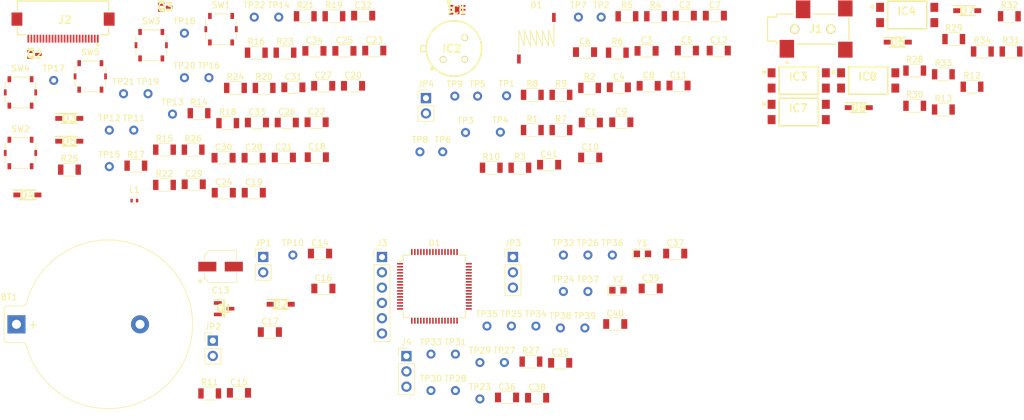
<source format=kicad_pcb>
(kicad_pcb (version 4) (host pcbnew 4.0.7)
  (layers (0 F.Cu signal) (31 B.Cu signal) (34 B.Paste user) (35 F.Paste user) (36 B.SilkS user) (37 F.SilkS user) (38 B.Mask user) (39 F.Mask user) (44 Edge.Cuts user))
  (net 0 "")
  (net 1 Earth)
  (net 2 "Net-(BT1-Pad1)")
  (net 3 "Net-(C1-Pad1)")
  (net 4 "Net-(C8-Pad1)")
  (net 5 /sensor/OPAMP1OUT)
  (net 6 /sensor/OPAMP1-)
  (net 7 /sensor/OPAMP1+)
  (net 8 "Net-(C11-Pad1)")
  (net 9 /sensor/OPAMP2-)
  (net 10 /sensor/OPAMP2OUT)
  (net 11 VCC)
  (net 12 /soc/Left)
  (net 13 /user/EINK_VCC)
  (net 14 "Net-(C20-Pad1)")
  (net 15 "Net-(C20-Pad2)")
  (net 16 /soc/Up)
  (net 17 "Net-(C22-Pad2)")
  (net 18 "Net-(C23-Pad2)")
  (net 19 /soc/OK)
  (net 20 "Net-(C25-Pad2)")
  (net 21 "Net-(C26-Pad2)")
  (net 22 "Net-(C27-Pad2)")
  (net 23 /soc/Right)
  (net 24 "Net-(C29-Pad1)")
  (net 25 /user/PREVGL)
  (net 26 /user/PREVGH)
  (net 27 "Net-(C32-Pad1)")
  (net 28 /soc/Down)
  (net 29 "Net-(C35-Pad2)")
  (net 30 "Net-(C36-Pad2)")
  (net 31 "Net-(C37-Pad2)")
  (net 32 "Net-(C38-Pad2)")
  (net 33 "Net-(C39-Pad2)")
  (net 34 /sensor/Ambient)
  (net 35 /sensor/SCL)
  (net 36 /sensor/SDA)
  (net 37 "Net-(IC3-Pad1)")
  (net 38 RING)
  (net 39 SHIELD)
  (net 40 "Net-(IC4-Pad1)")
  (net 41 TIP)
  (net 42 /user/GDR)
  (net 43 /user/RESE)
  (net 44 /soc/EINK_PWR)
  (net 45 /soc/EINK_MOSI)
  (net 46 /soc/EINK_SCK)
  (net 47 /soc/EINK_CS)
  (net 48 /soc/EINK_D/C)
  (net 49 /soc/EINK_RST)
  (net 50 /soc/EINK_BUSY)
  (net 51 /soc/EINK_BS)
  (net 52 "Net-(J2-Pad18)")
  (net 53 "Net-(J2-Pad19)")
  (net 54 "Net-(J2-Pad24)")
  (net 55 /battery/Debugger3V3)
  (net 56 SWCLK)
  (net 57 SWDIO)
  (net 58 nRESET)
  (net 59 SWO)
  (net 60 TX)
  (net 61 RX)
  (net 62 "Net-(JP1-Pad2)")
  (net 63 "Net-(D2-Pad2)")
  (net 64 "Net-(JP3-Pad2)")
  (net 65 /sensor/OPAMP2+)
  (net 66 /camera/FOCUS)
  (net 67 /camera/SHUTTER)
  (net 68 "Net-(R14-Pad2)")
  (net 69 "Net-(R18-Pad2)")
  (net 70 "Net-(R21-Pad2)")
  (net 71 "Net-(R23-Pad2)")
  (net 72 "Net-(R25-Pad2)")
  (net 73 "Net-(TP23-Pad1)")
  (net 74 "Net-(TP24-Pad1)")
  (net 75 "Net-(TP25-Pad1)")
  (net 76 "Net-(TP26-Pad1)")
  (net 77 "Net-(TP27-Pad1)")
  (net 78 "Net-(TP28-Pad1)")
  (net 79 "Net-(TP30-Pad1)")
  (net 80 "Net-(TP31-Pad1)")
  (net 81 "Net-(TP32-Pad1)")
  (net 82 "Net-(TP33-Pad1)")
  (net 83 "Net-(TP34-Pad1)")
  (net 84 "Net-(TP35-Pad1)")
  (net 85 "Net-(TP36-Pad1)")
  (net 86 "Net-(TP37-Pad1)")
  (net 87 "Net-(TP38-Pad1)")
  (net 88 "Net-(TP39-Pad1)")
  (net 89 "Net-(C41-Pad1)")
  (net 90 "Net-(D6-Pad2)")
  (net 91 "Net-(D7-Pad2)")
  (net 92 "Net-(D8-Pad1)")
  (net 93 "Net-(D8-Pad2)")
  (net 94 "Net-(IC4-Pad3)")
  (net 95 "Net-(IC7-Pad1)")
  (net 96 "Net-(IC7-Pad3)")
  (net 97 "Net-(IC8-Pad1)")
  (net 98 "Net-(IC8-Pad3)")
  (net 99 "Net-(J1-Pad4)")
  (net 100 /camera/PANASHUTTER)
  (net 101 /camera/PANAFOCUS)
  (module Battery_Holders:Keystone_105_1x2430-CoinCell (layer F.Cu) (at 19.317143 71.757162)
    (fp_text reference BT1 (at -1.25 -4.5) (layer F.SilkS))
    (fp_text value "CR2477 3V Battery")
    (fp_text user + (at 2.75 0) (layer F.SilkS) (effects (font (size 1.5 1.5))))
    (pad 2 thru_hole circle (at 20.49 0) (size 3 3) (drill 1.5) (layers *.Cu *.Mask) (net 1 Earth))
    (pad 1 thru_hole rect (at 0 0) (size 3 3) (drill 1.5) (layers *.Cu *.Mask) (net 2 "Net-(BT1-Pad1)"))
  )
  (module Capacitors_SMD:C_1206 (layer F.Cu) (at 114.570952 38.255)
    (fp_text reference C1 (at 0 -1.75) (layer F.SilkS))
    (fp_text value 100μF)
    (pad 1 smd rect (at -1.5 0) (size 1 1.6) (layers F.Cu F.Paste F.Mask) (net 3 "Net-(C1-Pad1)"))
    (pad 2 smd rect (at 1.5 0) (size 1 1.6) (layers F.Cu F.Paste F.Mask) (net 1 Earth))
  )
  (module Capacitors_SMD:C_1206 (layer F.Cu) (at 130.155001 20.505)
    (fp_text reference C2 (at 0 -1.75) (layer F.SilkS))
    (fp_text value 10μF)
    (pad 1 smd rect (at -1.5 0) (size 1 1.6) (layers F.Cu F.Paste F.Mask) (net 3 "Net-(C1-Pad1)"))
    (pad 2 smd rect (at 1.5 0) (size 1 1.6) (layers F.Cu F.Paste F.Mask) (net 1 Earth))
  )
  (module Capacitors_SMD:C_1206 (layer F.Cu) (at 123.815001 26.355)
    (fp_text reference C3 (at 0 -1.75) (layer F.SilkS))
    (fp_text value 1μF)
    (pad 1 smd rect (at -1.5 0) (size 1 1.6) (layers F.Cu F.Paste F.Mask) (net 3 "Net-(C1-Pad1)"))
    (pad 2 smd rect (at 1.5 0) (size 1 1.6) (layers F.Cu F.Paste F.Mask) (net 1 Earth))
  )
  (module Capacitors_SMD:C_1206 (layer F.Cu) (at 119.215001 32.405)
    (fp_text reference C4 (at 0 -1.75) (layer F.SilkS))
    (fp_text value 0.1μF)
    (pad 1 smd rect (at -1.5 0) (size 1 1.6) (layers F.Cu F.Paste F.Mask) (net 3 "Net-(C1-Pad1)"))
    (pad 2 smd rect (at 1.5 0) (size 1 1.6) (layers F.Cu F.Paste F.Mask) (net 1 Earth))
  )
  (module Capacitors_SMD:C_1206 (layer F.Cu) (at 130.499047 26.305)
    (fp_text reference C5 (at 0 -1.75) (layer F.SilkS))
    (fp_text value 0.01μF)
    (pad 1 smd rect (at -1.5 0) (size 1 1.6) (layers F.Cu F.Paste F.Mask) (net 3 "Net-(C1-Pad1)"))
    (pad 2 smd rect (at 1.5 0) (size 1 1.6) (layers F.Cu F.Paste F.Mask) (net 1 Earth))
  )
  (module Capacitors_SMD:C_1206 (layer F.Cu) (at 113.605714 26.555)
    (fp_text reference C6 (at 0 -1.75) (layer F.SilkS))
    (fp_text value 1000pF)
    (pad 1 smd rect (at -1.5 0) (size 1 1.6) (layers F.Cu F.Paste F.Mask) (net 3 "Net-(C1-Pad1)"))
    (pad 2 smd rect (at 1.5 0) (size 1 1.6) (layers F.Cu F.Paste F.Mask) (net 1 Earth))
  )
  (module Capacitors_SMD:C_1206 (layer F.Cu) (at 135.139524 20.505)
    (fp_text reference C7 (at 0 -1.75) (layer F.SilkS))
    (fp_text value 100pF)
    (pad 1 smd rect (at -1.5 0) (size 1 1.6) (layers F.Cu F.Paste F.Mask) (net 3 "Net-(C1-Pad1)"))
    (pad 2 smd rect (at 1.5 0) (size 1 1.6) (layers F.Cu F.Paste F.Mask) (net 1 Earth))
  )
  (module Capacitors_SMD:C_1206 (layer F.Cu) (at 124.165001 32.155)
    (fp_text reference C8 (at 0 -1.75) (layer F.SilkS))
    (fp_text value 22μF)
    (pad 1 smd rect (at -1.5 0) (size 1 1.6) (layers F.Cu F.Paste F.Mask) (net 4 "Net-(C8-Pad1)"))
    (pad 2 smd rect (at 1.5 0) (size 1 1.6) (layers F.Cu F.Paste F.Mask) (net 1 Earth))
  )
  (module Capacitors_SMD:C_1206 (layer F.Cu) (at 119.625001 38.205)
    (fp_text reference C9 (at 0 -1.75) (layer F.SilkS))
    (fp_text value 47nF)
    (pad 1 smd rect (at -1.5 0) (size 1 1.6) (layers F.Cu F.Paste F.Mask) (net 5 /sensor/OPAMP1OUT))
    (pad 2 smd rect (at 1.5 0) (size 1 1.6) (layers F.Cu F.Paste F.Mask) (net 6 /sensor/OPAMP1-))
  )
  (module Capacitors_SMD:C_1206 (layer F.Cu) (at 114.465001 44.055)
    (fp_text reference C10 (at 0 -1.75) (layer F.SilkS))
    (fp_text value 3.3nF)
    (pad 1 smd rect (at -1.5 0) (size 1 1.6) (layers F.Cu F.Paste F.Mask) (net 7 /sensor/OPAMP1+))
    (pad 2 smd rect (at 1.5 0) (size 1 1.6) (layers F.Cu F.Paste F.Mask) (net 1 Earth))
  )
  (module Capacitors_SMD:C_1206 (layer F.Cu) (at 129.115001 32.105)
    (fp_text reference C11 (at 0 -1.75) (layer F.SilkS))
    (fp_text value 22uF)
    (pad 1 smd rect (at -1.5 0) (size 1 1.6) (layers F.Cu F.Paste F.Mask) (net 8 "Net-(C11-Pad1)"))
    (pad 2 smd rect (at 1.5 0) (size 1 1.6) (layers F.Cu F.Paste F.Mask) (net 5 /sensor/OPAMP1OUT))
  )
  (module Capacitors_SMD:C_1206 (layer F.Cu) (at 135.785001 26.305)
    (fp_text reference C12 (at 0 -1.75) (layer F.SilkS))
    (fp_text value 47nF)
    (pad 1 smd rect (at -1.5 0) (size 1 1.6) (layers F.Cu F.Paste F.Mask) (net 9 /sensor/OPAMP2-))
    (pad 2 smd rect (at 1.5 0) (size 1 1.6) (layers F.Cu F.Paste F.Mask) (net 10 /sensor/OPAMP2OUT))
  )
  (module Capacitors_SMD:CP_Elec_5x5.3 (layer F.Cu) (at 53.165001 62.175)
    (fp_text reference C13 (at 0 3.92) (layer F.SilkS))
    (fp_text value 100u)
    (fp_text user + (at -3.38 2.34) (layer F.SilkS))
    (pad 1 smd rect (at -2.2 0 180) (size 3 1.6) (layers F.Cu F.Paste F.Mask) (net 11 VCC))
    (pad 2 smd rect (at 2.2 0 180) (size 3 1.6) (layers F.Cu F.Paste F.Mask) (net 1 Earth))
  )
  (module Air_Coils_SML_NEOSID:Neosid_Air-Coil_SML_6-10turn_HDM0431A-HDM1031A (layer F.Cu) (at 105.540952 24.255)
    (fp_text reference D1 (at 0 -5.5) (layer F.SilkS))
    (fp_text value 1N4148X-TP)
    (pad 1 smd rect (at -2.9 3.45) (size 0.6 1.5) (layers F.Cu F.Paste F.Mask) (net 6 /sensor/OPAMP1-))
    (pad 2 smd rect (at 2.9 -3.45) (size 0.6 1.5) (layers F.Cu F.Paste F.Mask) (net 5 /sensor/OPAMP1OUT))
  )
  (module MAX44009EDT+T:SON65P200X200X65-7N (layer F.Cu) (at 92.401905 19.532001)
    (fp_text reference IC1 (at 0 0) (layer F.SilkS) (effects (font (size 1.27 1.27) (thickness 0.254))))
    (fp_text value MAX44009EDT+T hide)
    (pad 1 smd rect (at -1 -0.65 90) (size 0.3 0.75) (layers F.Cu F.Paste F.Mask) (net 89 "Net-(C41-Pad1)"))
    (pad 2 smd rect (at -1 0 90) (size 0.3 0.75) (layers F.Cu F.Paste F.Mask) (net 1 Earth))
    (pad 3 smd rect (at -1 0.65 90) (size 0.3 0.75) (layers F.Cu F.Paste F.Mask) (net 1 Earth))
    (pad 4 smd rect (at 1 0.65 90) (size 0.3 0.75) (layers F.Cu F.Paste F.Mask) (net 34 /sensor/Ambient))
    (pad 5 smd rect (at 1 0 90) (size 0.3 0.75) (layers F.Cu F.Paste F.Mask) (net 35 /sensor/SCL))
    (pad 6 smd rect (at 1 -0.65 90) (size 0.3 0.75) (layers F.Cu F.Paste F.Mask) (net 36 /sensor/SDA))
    (pad 7 smd rect (at 0 0) (size 0.75 1.45) (layers F.Cu F.Paste F.Mask))
  )
  (module IRA-S210ST01:IRA-S210ST01 (layer F.Cu) (at 91.872 25.967001)
    (fp_text reference IC2 (at -0.347 0.009) (layer F.SilkS) (effects (font (size 1.27 1.27) (thickness 0.254))))
    (fp_text value IRA-S210ST01 hide)
    (pad 1 thru_hole circle (at -1.79605 1.79605 90) (size 1.1 1.1) (drill 0.7) (layers *.Cu *.Mask F.SilkS) (net 3 "Net-(C1-Pad1)"))
    (pad 2 thru_hole circle (at 1.79605 1.79605 90) (size 1.1 1.1) (drill 0.7) (layers *.Cu *.Mask F.SilkS) (net 7 /sensor/OPAMP1+))
    (pad 3 thru_hole circle (at 1.79605 -1.79605 90) (size 1.1 1.1) (drill 0.7) (layers *.Cu *.Mask F.SilkS) (net 1 Earth))
  )
  (module EL817S:EL817S (layer F.Cu) (at 149.049251 31.267001)
    (fp_text reference IC3 (at -0.096 -0.649) (layer F.SilkS) (effects (font (size 1.27 1.27) (thickness 0.254))))
    (fp_text value EL817S hide)
    (pad 1 smd rect (at -4.5 -1.27) (size 1.3 1.5) (layers F.Cu F.Paste F.Mask) (net 37 "Net-(IC3-Pad1)"))
    (pad 2 smd rect (at -4.5 1.27) (size 1.3 1.5) (layers F.Cu F.Paste F.Mask) (net 1 Earth))
    (pad 3 smd rect (at 4.5 1.27) (size 1.3 1.5) (layers F.Cu F.Paste F.Mask) (net 38 RING))
    (pad 4 smd rect (at 4.5 -1.27) (size 1.3 1.5) (layers F.Cu F.Paste F.Mask) (net 90 "Net-(D6-Pad2)"))
  )
  (module EL817S:EL817S (layer F.Cu) (at 167.039251 20.397001)
    (fp_text reference IC4 (at -0.096 -0.649) (layer F.SilkS) (effects (font (size 1.27 1.27) (thickness 0.254))))
    (fp_text value EL817S hide)
    (pad 1 smd rect (at -4.5 -1.27) (size 1.3 1.5) (layers F.Cu F.Paste F.Mask) (net 40 "Net-(IC4-Pad1)"))
    (pad 2 smd rect (at -4.5 1.27) (size 1.3 1.5) (layers F.Cu F.Paste F.Mask) (net 1 Earth))
    (pad 3 smd rect (at 4.5 1.27) (size 1.3 1.5) (layers F.Cu F.Paste F.Mask) (net 94 "Net-(IC4-Pad3)"))
    (pad 4 smd rect (at 4.5 -1.27) (size 1.3 1.5) (layers F.Cu F.Paste F.Mask) (net 91 "Net-(D7-Pad2)"))
  )
  (module "FH12-24S-0.5SH(55):FH12-24S-0.5SH(55)" (layer F.Cu) (at 27.04181 23.680001 180)
    (fp_text reference J2 (at -0.312 2.495 180) (layer F.SilkS) (effects (font (size 1.27 1.27) (thickness 0.254))))
    (fp_text value "FH12-24S-0.5SH(55)" hide)
    (pad 1 smd rect (at -5.75 -0.65 180) (size 0.3 1.3) (layers F.Cu F.Paste F.Mask) (net 21 "Net-(C26-Pad2)"))
    (pad 2 smd rect (at -5.25 -0.65 180) (size 0.3 1.3) (layers F.Cu F.Paste F.Mask) (net 25 /user/PREVGL))
    (pad 3 smd rect (at -4.75 -0.65 180) (size 0.3 1.3) (layers F.Cu F.Paste F.Mask) (net 20 "Net-(C25-Pad2)"))
    (pad 4 smd rect (at -4.25 -0.65 180) (size 0.3 1.3) (layers F.Cu F.Paste F.Mask) (net 26 /user/PREVGH))
    (pad 5 smd rect (at -3.75 -0.65 180) (size 0.3 1.3) (layers F.Cu F.Paste F.Mask) (net 18 "Net-(C23-Pad2)"))
    (pad 6 smd rect (at -3.25 -0.65 180) (size 0.3 1.3) (layers F.Cu F.Paste F.Mask) (net 27 "Net-(C32-Pad1)"))
    (pad 7 smd rect (at -2.75 -0.65 180) (size 0.3 1.3) (layers F.Cu F.Paste F.Mask) (net 17 "Net-(C22-Pad2)"))
    (pad 8 smd rect (at -2.25 -0.65 180) (size 0.3 1.3) (layers F.Cu F.Paste F.Mask) (net 1 Earth))
    (pad 9 smd rect (at -1.75 -0.65 180) (size 0.3 1.3) (layers F.Cu F.Paste F.Mask) (net 13 /user/EINK_VCC))
    (pad 10 smd rect (at -1.25 -0.65 180) (size 0.3 1.3) (layers F.Cu F.Paste F.Mask) (net 13 /user/EINK_VCC))
    (pad 11 smd rect (at -0.75 -0.65 180) (size 0.3 1.3) (layers F.Cu F.Paste F.Mask) (net 45 /soc/EINK_MOSI))
    (pad 12 smd rect (at -0.25 -0.65 180) (size 0.3 1.3) (layers F.Cu F.Paste F.Mask) (net 46 /soc/EINK_SCK))
    (pad 13 smd rect (at 0.25 -0.65 180) (size 0.3 1.3) (layers F.Cu F.Paste F.Mask) (net 47 /soc/EINK_CS))
    (pad 14 smd rect (at 0.75 -0.65 180) (size 0.3 1.3) (layers F.Cu F.Paste F.Mask) (net 48 /soc/EINK_D/C))
    (pad 15 smd rect (at 1.25 -0.65 180) (size 0.3 1.3) (layers F.Cu F.Paste F.Mask) (net 49 /soc/EINK_RST))
    (pad 16 smd rect (at 1.75 -0.65 180) (size 0.3 1.3) (layers F.Cu F.Paste F.Mask) (net 50 /soc/EINK_BUSY))
    (pad 17 smd rect (at 2.25 -0.65 180) (size 0.3 1.3) (layers F.Cu F.Paste F.Mask) (net 51 /soc/EINK_BS))
    (pad 18 smd rect (at 2.75 -0.65 180) (size 0.3 1.3) (layers F.Cu F.Paste F.Mask) (net 52 "Net-(J2-Pad18)"))
    (pad 19 smd rect (at 3.25 -0.65 180) (size 0.3 1.3) (layers F.Cu F.Paste F.Mask) (net 53 "Net-(J2-Pad19)"))
    (pad 20 smd rect (at 3.75 -0.65 180) (size 0.3 1.3) (layers F.Cu F.Paste F.Mask) (net 24 "Net-(C29-Pad1)"))
    (pad 21 smd rect (at 4.25 -0.65 180) (size 0.3 1.3) (layers F.Cu F.Paste F.Mask) (net 22 "Net-(C27-Pad2)"))
    (pad 22 smd rect (at 4.75 -0.65 180) (size 0.3 1.3) (layers F.Cu F.Paste F.Mask) (net 43 /user/RESE))
    (pad 23 smd rect (at 5.25 -0.65 180) (size 0.3 1.3) (layers F.Cu F.Paste F.Mask) (net 42 /user/GDR))
    (pad 24 smd rect (at 5.75 -0.65 180) (size 0.3 1.3) (layers F.Cu F.Paste F.Mask) (net 54 "Net-(J2-Pad24)"))
    (pad 25 smd rect (at -7.65 2.6 180) (size 1.8 2.2) (layers F.Cu F.Paste F.Mask))
    (pad 26 smd rect (at 7.65 2.6 180) (size 1.8 2.2) (layers F.Cu F.Paste F.Mask))
  )
  (module Inductors_SMD:L_0402 (layer F.Cu) (at 38.868571 51.215)
    (fp_text reference L1 (at 0 -1.8) (layer F.SilkS))
    (fp_text value 68nH)
    (pad 1 smd rect (at -0.45 0) (size 0.4 0.6) (layers F.Cu F.Paste F.Mask) (net 13 /user/EINK_VCC))
    (pad 2 smd rect (at 0.45 0) (size 0.4 0.6) (layers F.Cu F.Paste F.Mask) (net 15 "Net-(C20-Pad2)"))
  )
  (module SI2323DS-T1-E3:SOT95P237X112-3N (layer F.Cu) (at 53.755953 69.165001)
    (fp_text reference Q1 (at 0 0) (layer F.SilkS) (effects (font (size 1.27 1.27) (thickness 0.254))))
    (fp_text value SI2323DS hide)
    (pad 1 smd rect (at -1.05 -0.95 90) (size 0.6 1.3) (layers F.Cu F.Paste F.Mask) (net 63 "Net-(D2-Pad2)"))
    (pad 2 smd rect (at -1.05 0.95 90) (size 0.6 1.3) (layers F.Cu F.Paste F.Mask) (net 11 VCC))
    (pad 3 smd rect (at 1.05 0 90) (size 0.6 1.3) (layers F.Cu F.Paste F.Mask) (net 62 "Net-(JP1-Pad2)"))
  )
  (module Buttons_Switches_SMD:SW_SPST_Panasonic_EVQPL_3PL_5PL_PT_A08 (layer F.Cu) (at 53.245001 22.755)
    (fp_text reference SW1 (at 0 -4) (layer F.SilkS))
    (fp_text value SW_Push)
    (pad 1 smd rect (at -1.85 2.2) (size 0.6 1) (layers F.Cu F.Paste F.Mask) (net 68 "Net-(R14-Pad2)"))
    (pad 1 smd rect (at -1.85 -2.2) (size 0.6 1) (layers F.Cu F.Paste F.Mask) (net 68 "Net-(R14-Pad2)"))
    (pad 2 smd rect (at 1.85 -2.2) (size 0.6 1) (layers F.Cu F.Paste F.Mask) (net 11 VCC))
    (pad 2 smd rect (at 1.85 2.2) (size 0.6 1) (layers F.Cu F.Paste F.Mask) (net 11 VCC))
    (pad 0 smd rect (at -2.525 0) (size 0.45 1) (layers F.Cu F.Paste F.Mask))
    (pad 0 smd rect (at 2.525 0) (size 0.45 1) (layers F.Cu F.Paste F.Mask))
  )
  (module Buttons_Switches_SMD:SW_SPST_Panasonic_EVQPL_3PL_5PL_PT_A08 (layer F.Cu) (at 19.985001 43.305)
    (fp_text reference SW2 (at 0 -4) (layer F.SilkS))
    (fp_text value SW_Push)
    (pad 1 smd rect (at -1.85 2.2) (size 0.6 1) (layers F.Cu F.Paste F.Mask) (net 69 "Net-(R18-Pad2)"))
    (pad 1 smd rect (at -1.85 -2.2) (size 0.6 1) (layers F.Cu F.Paste F.Mask) (net 69 "Net-(R18-Pad2)"))
    (pad 2 smd rect (at 1.85 -2.2) (size 0.6 1) (layers F.Cu F.Paste F.Mask) (net 11 VCC))
    (pad 2 smd rect (at 1.85 2.2) (size 0.6 1) (layers F.Cu F.Paste F.Mask) (net 11 VCC))
    (pad 0 smd rect (at -2.525 0) (size 0.45 1) (layers F.Cu F.Paste F.Mask))
    (pad 0 smd rect (at 2.525 0) (size 0.45 1) (layers F.Cu F.Paste F.Mask))
  )
  (module Buttons_Switches_SMD:SW_SPST_Panasonic_EVQPL_3PL_5PL_PT_A08 (layer F.Cu) (at 41.665001 25.415)
    (fp_text reference SW3 (at 0 -4) (layer F.SilkS))
    (fp_text value SW_Push)
    (pad 1 smd rect (at -1.85 2.2) (size 0.6 1) (layers F.Cu F.Paste F.Mask) (net 70 "Net-(R21-Pad2)"))
    (pad 1 smd rect (at -1.85 -2.2) (size 0.6 1) (layers F.Cu F.Paste F.Mask) (net 70 "Net-(R21-Pad2)"))
    (pad 2 smd rect (at 1.85 -2.2) (size 0.6 1) (layers F.Cu F.Paste F.Mask) (net 11 VCC))
    (pad 2 smd rect (at 1.85 2.2) (size 0.6 1) (layers F.Cu F.Paste F.Mask) (net 11 VCC))
    (pad 0 smd rect (at -2.525 0) (size 0.45 1) (layers F.Cu F.Paste F.Mask))
    (pad 0 smd rect (at 2.525 0) (size 0.45 1) (layers F.Cu F.Paste F.Mask))
  )
  (module Buttons_Switches_SMD:SW_SPST_Panasonic_EVQPL_3PL_5PL_PT_A08 (layer F.Cu) (at 19.985001 33.255)
    (fp_text reference SW4 (at 0 -4) (layer F.SilkS))
    (fp_text value SW_Push)
    (pad 1 smd rect (at -1.85 2.2) (size 0.6 1) (layers F.Cu F.Paste F.Mask) (net 71 "Net-(R23-Pad2)"))
    (pad 1 smd rect (at -1.85 -2.2) (size 0.6 1) (layers F.Cu F.Paste F.Mask) (net 71 "Net-(R23-Pad2)"))
    (pad 2 smd rect (at 1.85 -2.2) (size 0.6 1) (layers F.Cu F.Paste F.Mask) (net 11 VCC))
    (pad 2 smd rect (at 1.85 2.2) (size 0.6 1) (layers F.Cu F.Paste F.Mask) (net 11 VCC))
    (pad 0 smd rect (at -2.525 0) (size 0.45 1) (layers F.Cu F.Paste F.Mask))
    (pad 0 smd rect (at 2.525 0) (size 0.45 1) (layers F.Cu F.Paste F.Mask))
  )
  (module Buttons_Switches_SMD:SW_SPST_Panasonic_EVQPL_3PL_5PL_PT_A08 (layer F.Cu) (at 31.565001 30.595)
    (fp_text reference SW5 (at 0 -4) (layer F.SilkS))
    (fp_text value SW_Push)
    (pad 1 smd rect (at -1.85 2.2) (size 0.6 1) (layers F.Cu F.Paste F.Mask) (net 72 "Net-(R25-Pad2)"))
    (pad 1 smd rect (at -1.85 -2.2) (size 0.6 1) (layers F.Cu F.Paste F.Mask) (net 72 "Net-(R25-Pad2)"))
    (pad 2 smd rect (at 1.85 -2.2) (size 0.6 1) (layers F.Cu F.Paste F.Mask) (net 11 VCC))
    (pad 2 smd rect (at 1.85 2.2) (size 0.6 1) (layers F.Cu F.Paste F.Mask) (net 11 VCC))
    (pad 0 smd rect (at -2.525 0) (size 0.45 1) (layers F.Cu F.Paste F.Mask))
    (pad 0 smd rect (at 2.525 0) (size 0.45 1) (layers F.Cu F.Paste F.Mask))
  )
  (module Measurement_Points:Measurement_Point_Round-TH_Small (layer F.Cu) (at 100.600476 33.805)
    (fp_text reference TP1 (at 0 -2) (layer F.SilkS))
    (fp_text value TEST)
    (pad 1 thru_hole circle (at 0 0) (size 1.5 1.5) (drill 0.8) (layers *.Cu *.Mask) (net 36 /sensor/SDA))
  )
  (module Measurement_Points:Measurement_Point_Round-TH_Small (layer F.Cu) (at 116.290476 20.755)
    (fp_text reference TP2 (at 0 -2) (layer F.SilkS))
    (fp_text value TEST)
    (pad 1 thru_hole circle (at 0 0) (size 1.5 1.5) (drill 0.8) (layers *.Cu *.Mask) (net 35 /sensor/SCL))
  )
  (module Measurement_Points:Measurement_Point_Round-TH_Small (layer F.Cu) (at 93.790476 39.915)
    (fp_text reference TP3 (at 0 -2) (layer F.SilkS))
    (fp_text value TEST)
    (pad 1 thru_hole circle (at 0 0) (size 1.5 1.5) (drill 0.8) (layers *.Cu *.Mask) (net 34 /sensor/Ambient))
  )
  (module Measurement_Points:Measurement_Point_Round-TH_Small (layer F.Cu) (at 99.570476 39.855)
    (fp_text reference TP4 (at 0 -2) (layer F.SilkS))
    (fp_text value TEST)
    (pad 1 thru_hole circle (at 0 0) (size 1.5 1.5) (drill 0.8) (layers *.Cu *.Mask) (net 5 /sensor/OPAMP1OUT))
  )
  (module Measurement_Points:Measurement_Point_Round-TH_Small (layer F.Cu) (at 95.790476 33.865)
    (fp_text reference TP5 (at 0 -2) (layer F.SilkS))
    (fp_text value TEST)
    (pad 1 thru_hole circle (at 0 0) (size 1.5 1.5) (drill 0.8) (layers *.Cu *.Mask) (net 6 /sensor/OPAMP1-))
  )
  (module Measurement_Points:Measurement_Point_Round-TH_Small (layer F.Cu) (at 90.010476 43.115)
    (fp_text reference TP6 (at 0 -2) (layer F.SilkS))
    (fp_text value TEST)
    (pad 1 thru_hole circle (at 0 0) (size 1.5 1.5) (drill 0.8) (layers *.Cu *.Mask) (net 7 /sensor/OPAMP1+))
  )
  (module Measurement_Points:Measurement_Point_Round-TH_Small (layer F.Cu) (at 112.510476 20.755)
    (fp_text reference TP7 (at 0 -2) (layer F.SilkS))
    (fp_text value TEST)
    (pad 1 thru_hole circle (at 0 0) (size 1.5 1.5) (drill 0.8) (layers *.Cu *.Mask) (net 9 /sensor/OPAMP2-))
  )
  (module Measurement_Points:Measurement_Point_Round-TH_Small (layer F.Cu) (at 86.230476 43.115)
    (fp_text reference TP8 (at 0 -2) (layer F.SilkS))
    (fp_text value TEST)
    (pad 1 thru_hole circle (at 0 0) (size 1.5 1.5) (drill 0.8) (layers *.Cu *.Mask) (net 65 /sensor/OPAMP2+))
  )
  (module Measurement_Points:Measurement_Point_Round-TH_Small (layer F.Cu) (at 92.010476 33.865)
    (fp_text reference TP9 (at 0 -2) (layer F.SilkS))
    (fp_text value TEST)
    (pad 1 thru_hole circle (at 0 0) (size 1.5 1.5) (drill 0.8) (layers *.Cu *.Mask) (net 10 /sensor/OPAMP2OUT))
  )
  (module Measurement_Points:Measurement_Point_Round-TH_Small (layer F.Cu) (at 65.153333 60.255)
    (fp_text reference TP10 (at 0 -2) (layer F.SilkS))
    (fp_text value TEST)
    (pad 1 thru_hole circle (at 0 0) (size 1.5 1.5) (drill 0.8) (layers *.Cu *.Mask) (net 11 VCC))
  )
  (module Measurement_Points:Measurement_Point_Round-TH_Small (layer F.Cu) (at 38.773333 39.515)
    (fp_text reference TP11 (at 0 -2) (layer F.SilkS))
    (fp_text value TEST)
    (pad 1 thru_hole circle (at 0 0) (size 1.5 1.5) (drill 0.8) (layers *.Cu *.Mask) (net 45 /soc/EINK_MOSI))
  )
  (module Measurement_Points:Measurement_Point_Round-TH_Small (layer F.Cu) (at 34.713333 39.515)
    (fp_text reference TP12 (at 0 -2) (layer F.SilkS))
    (fp_text value TEST)
    (pad 1 thru_hole circle (at 0 0) (size 1.5 1.5) (drill 0.8) (layers *.Cu *.Mask) (net 47 /soc/EINK_CS))
  )
  (module Measurement_Points:Measurement_Point_Round-TH_Small (layer F.Cu) (at 45.193333 36.855)
    (fp_text reference TP13 (at 0 -2) (layer F.SilkS))
    (fp_text value TEST)
    (pad 1 thru_hole circle (at 0 0) (size 1.5 1.5) (drill 0.8) (layers *.Cu *.Mask) (net 49 /soc/EINK_RST))
  )
  (module Measurement_Points:Measurement_Point_Round-TH_Small (layer F.Cu) (at 62.813333 20.755)
    (fp_text reference TP14 (at 0 -2) (layer F.SilkS))
    (fp_text value TEST)
    (pad 1 thru_hole circle (at 0 0) (size 1.5 1.5) (drill 0.8) (layers *.Cu *.Mask) (net 12 /soc/Left))
  )
  (module Measurement_Points:Measurement_Point_Round-TH_Small (layer F.Cu) (at 34.713333 45.565)
    (fp_text reference TP15 (at 0 -2) (layer F.SilkS))
    (fp_text value TEST)
    (pad 1 thru_hole circle (at 0 0) (size 1.5 1.5) (drill 0.8) (layers *.Cu *.Mask) (net 51 /soc/EINK_BS))
  )
  (module Measurement_Points:Measurement_Point_Round-TH_Small (layer F.Cu) (at 51.233333 30.805)
    (fp_text reference TP16 (at 0 -2) (layer F.SilkS))
    (fp_text value TEST)
    (pad 1 thru_hole circle (at 0 0) (size 1.5 1.5) (drill 0.8) (layers *.Cu *.Mask) (net 46 /soc/EINK_SCK))
  )
  (module Measurement_Points:Measurement_Point_Round-TH_Small (layer F.Cu) (at 25.493333 31.255)
    (fp_text reference TP17 (at 0 -2) (layer F.SilkS))
    (fp_text value TEST)
    (pad 1 thru_hole circle (at 0 0) (size 1.5 1.5) (drill 0.8) (layers *.Cu *.Mask) (net 48 /soc/EINK_D/C))
  )
  (module Measurement_Points:Measurement_Point_Round-TH_Small (layer F.Cu) (at 47.173333 23.415)
    (fp_text reference TP18 (at 0 -2) (layer F.SilkS))
    (fp_text value TEST)
    (pad 1 thru_hole circle (at 0 0) (size 1.5 1.5) (drill 0.8) (layers *.Cu *.Mask) (net 50 /soc/EINK_BUSY))
  )
  (module Measurement_Points:Measurement_Point_Round-TH_Small (layer F.Cu) (at 41.133333 33.465)
    (fp_text reference TP19 (at 0 -2) (layer F.SilkS))
    (fp_text value TEST)
    (pad 1 thru_hole circle (at 0 0) (size 1.5 1.5) (drill 0.8) (layers *.Cu *.Mask) (net 16 /soc/Up))
  )
  (module Measurement_Points:Measurement_Point_Round-TH_Small (layer F.Cu) (at 47.173333 30.805)
    (fp_text reference TP20 (at 0 -2) (layer F.SilkS))
    (fp_text value TEST)
    (pad 1 thru_hole circle (at 0 0) (size 1.5 1.5) (drill 0.8) (layers *.Cu *.Mask) (net 19 /soc/OK))
  )
  (module Measurement_Points:Measurement_Point_Round-TH_Small (layer F.Cu) (at 37.073333 33.465)
    (fp_text reference TP21 (at 0 -2) (layer F.SilkS))
    (fp_text value TEST)
    (pad 1 thru_hole circle (at 0 0) (size 1.5 1.5) (drill 0.8) (layers *.Cu *.Mask) (net 23 /soc/Right))
  )
  (module Measurement_Points:Measurement_Point_Round-TH_Small (layer F.Cu) (at 58.753333 20.755)
    (fp_text reference TP22 (at 0 -2) (layer F.SilkS))
    (fp_text value TEST)
    (pad 1 thru_hole circle (at 0 0) (size 1.5 1.5) (drill 0.8) (layers *.Cu *.Mask) (net 28 /soc/Down))
  )
  (module Measurement_Points:Measurement_Point_Round-TH_Small (layer F.Cu) (at 96.173333 84.145)
    (fp_text reference TP23 (at 0 -2) (layer F.SilkS))
    (fp_text value TEST)
    (pad 1 thru_hole circle (at 0 0) (size 1.5 1.5) (drill 0.8) (layers *.Cu *.Mask) (net 73 "Net-(TP23-Pad1)"))
  )
  (module Measurement_Points:Measurement_Point_Round-TH_Small (layer F.Cu) (at 110.023333 66.305)
    (fp_text reference TP24 (at 0 -2) (layer F.SilkS))
    (fp_text value TEST)
    (pad 1 thru_hole circle (at 0 0) (size 1.5 1.5) (drill 0.8) (layers *.Cu *.Mask) (net 74 "Net-(TP24-Pad1)"))
  )
  (module Measurement_Points:Measurement_Point_Round-TH_Small (layer F.Cu) (at 101.403333 72.045)
    (fp_text reference TP25 (at 0 -2) (layer F.SilkS))
    (fp_text value TEST)
    (pad 1 thru_hole circle (at 0 0) (size 1.5 1.5) (drill 0.8) (layers *.Cu *.Mask) (net 75 "Net-(TP25-Pad1)"))
  )
  (module Measurement_Points:Measurement_Point_Round-TH_Small (layer F.Cu) (at 114.083333 60.255)
    (fp_text reference TP26 (at 0 -2) (layer F.SilkS))
    (fp_text value TEST)
    (pad 1 thru_hole circle (at 0 0) (size 1.5 1.5) (drill 0.8) (layers *.Cu *.Mask) (net 76 "Net-(TP26-Pad1)"))
  )
  (module Measurement_Points:Measurement_Point_Round-TH_Small (layer F.Cu) (at 100.233333 78.095)
    (fp_text reference TP27 (at 0 -2) (layer F.SilkS))
    (fp_text value TEST)
    (pad 1 thru_hole circle (at 0 0) (size 1.5 1.5) (drill 0.8) (layers *.Cu *.Mask) (net 77 "Net-(TP27-Pad1)"))
  )
  (module Measurement_Points:Measurement_Point_Round-TH_Small (layer F.Cu) (at 92.113333 82.755)
    (fp_text reference TP28 (at 0 -2) (layer F.SilkS))
    (fp_text value TEST)
    (pad 1 thru_hole circle (at 0 0) (size 1.5 1.5) (drill 0.8) (layers *.Cu *.Mask) (net 78 "Net-(TP28-Pad1)"))
  )
  (module Measurement_Points:Measurement_Point_Round-TH_Small (layer F.Cu) (at 96.173333 78.095)
    (fp_text reference TP29 (at 0 -2) (layer F.SilkS))
    (fp_text value TEST)
    (pad 1 thru_hole circle (at 0 0) (size 1.5 1.5) (drill 0.8) (layers *.Cu *.Mask) (net 32 "Net-(C38-Pad2)"))
  )
  (module Measurement_Points:Measurement_Point_Round-TH_Small (layer F.Cu) (at 88.053333 82.755)
    (fp_text reference TP30 (at 0 -2) (layer F.SilkS))
    (fp_text value TEST)
    (pad 1 thru_hole circle (at 0 0) (size 1.5 1.5) (drill 0.8) (layers *.Cu *.Mask) (net 79 "Net-(TP30-Pad1)"))
  )
  (module Measurement_Points:Measurement_Point_Round-TH_Small (layer F.Cu) (at 92.113333 76.705)
    (fp_text reference TP31 (at 0 -2) (layer F.SilkS))
    (fp_text value TEST)
    (pad 1 thru_hole circle (at 0 0) (size 1.5 1.5) (drill 0.8) (layers *.Cu *.Mask) (net 80 "Net-(TP31-Pad1)"))
  )
  (module Measurement_Points:Measurement_Point_Round-TH_Small (layer F.Cu) (at 110.023333 60.255)
    (fp_text reference TP32 (at 0 -2) (layer F.SilkS))
    (fp_text value TEST)
    (pad 1 thru_hole circle (at 0 0) (size 1.5 1.5) (drill 0.8) (layers *.Cu *.Mask) (net 81 "Net-(TP32-Pad1)"))
  )
  (module Measurement_Points:Measurement_Point_Round-TH_Small (layer F.Cu) (at 88.053333 76.705)
    (fp_text reference TP33 (at 0 -2) (layer F.SilkS))
    (fp_text value TEST)
    (pad 1 thru_hole circle (at 0 0) (size 1.5 1.5) (drill 0.8) (layers *.Cu *.Mask) (net 82 "Net-(TP33-Pad1)"))
  )
  (module Measurement_Points:Measurement_Point_Round-TH_Small (layer F.Cu) (at 105.463333 72.045)
    (fp_text reference TP34 (at 0 -2) (layer F.SilkS))
    (fp_text value TEST)
    (pad 1 thru_hole circle (at 0 0) (size 1.5 1.5) (drill 0.8) (layers *.Cu *.Mask) (net 83 "Net-(TP34-Pad1)"))
  )
  (module Measurement_Points:Measurement_Point_Round-TH_Small (layer F.Cu) (at 97.343333 72.045)
    (fp_text reference TP35 (at 0 -2) (layer F.SilkS))
    (fp_text value TEST)
    (pad 1 thru_hole circle (at 0 0) (size 1.5 1.5) (drill 0.8) (layers *.Cu *.Mask) (net 84 "Net-(TP35-Pad1)"))
  )
  (module Measurement_Points:Measurement_Point_Round-TH_Small (layer F.Cu) (at 118.143333 60.255)
    (fp_text reference TP36 (at 0 -2) (layer F.SilkS))
    (fp_text value TEST)
    (pad 1 thru_hole circle (at 0 0) (size 1.5 1.5) (drill 0.8) (layers *.Cu *.Mask) (net 85 "Net-(TP36-Pad1)"))
  )
  (module Measurement_Points:Measurement_Point_Round-TH_Small (layer F.Cu) (at 114.083333 66.305)
    (fp_text reference TP37 (at 0 -2) (layer F.SilkS))
    (fp_text value TEST)
    (pad 1 thru_hole circle (at 0 0) (size 1.5 1.5) (drill 0.8) (layers *.Cu *.Mask) (net 86 "Net-(TP37-Pad1)"))
  )
  (module Measurement_Points:Measurement_Point_Round-TH_Small (layer F.Cu) (at 109.523333 72.355)
    (fp_text reference TP38 (at 0 -2) (layer F.SilkS))
    (fp_text value TEST)
    (pad 1 thru_hole circle (at 0 0) (size 1.5 1.5) (drill 0.8) (layers *.Cu *.Mask) (net 87 "Net-(TP38-Pad1)"))
  )
  (module Measurement_Points:Measurement_Point_Round-TH_Small (layer F.Cu) (at 113.583333 72.355)
    (fp_text reference TP39 (at 0 -2) (layer F.SilkS))
    (fp_text value TEST)
    (pad 1 thru_hole circle (at 0 0) (size 1.5 1.5) (drill 0.8) (layers *.Cu *.Mask) (net 88 "Net-(TP39-Pad1)"))
  )
  (module Housings_QFP:LQFP-64_10x10mm_Pitch0.5mm (layer F.Cu) (at 88.635001 65.455)
    (fp_text reference U1 (at 0 -7.2) (layer F.SilkS))
    (fp_text value STM32L476RETx)
    (pad 1 smd rect (at -5.7 -3.75) (size 1 0.25) (layers F.Cu F.Paste F.Mask) (net 11 VCC))
    (pad 2 smd rect (at -5.7 -3.25) (size 1 0.25) (layers F.Cu F.Paste F.Mask) (net 78 "Net-(TP28-Pad1)"))
    (pad 3 smd rect (at -5.7 -2.75) (size 1 0.25) (layers F.Cu F.Paste F.Mask) (net 31 "Net-(C37-Pad2)"))
    (pad 4 smd rect (at -5.7 -2.25) (size 1 0.25) (layers F.Cu F.Paste F.Mask) (net 33 "Net-(C39-Pad2)"))
    (pad 5 smd rect (at -5.7 -1.75) (size 1 0.25) (layers F.Cu F.Paste F.Mask) (net 29 "Net-(C35-Pad2)"))
    (pad 6 smd rect (at -5.7 -1.25) (size 1 0.25) (layers F.Cu F.Paste F.Mask) (net 30 "Net-(C36-Pad2)"))
    (pad 7 smd rect (at -5.7 -0.75) (size 1 0.25) (layers F.Cu F.Paste F.Mask) (net 32 "Net-(C38-Pad2)"))
    (pad 8 smd rect (at -5.7 -0.25) (size 1 0.25) (layers F.Cu F.Paste F.Mask) (net 10 /sensor/OPAMP2OUT))
    (pad 9 smd rect (at -5.7 0.25) (size 1 0.25) (layers F.Cu F.Paste F.Mask) (net 65 /sensor/OPAMP2+))
    (pad 10 smd rect (at -5.7 0.75) (size 1 0.25) (layers F.Cu F.Paste F.Mask) (net 79 "Net-(TP30-Pad1)"))
    (pad 11 smd rect (at -5.7 1.25) (size 1 0.25) (layers F.Cu F.Paste F.Mask) (net 73 "Net-(TP23-Pad1)"))
    (pad 12 smd rect (at -5.7 1.75) (size 1 0.25) (layers F.Cu F.Paste F.Mask) (net 1 Earth))
    (pad 13 smd rect (at -5.7 2.25) (size 1 0.25) (layers F.Cu F.Paste F.Mask) (net 11 VCC))
    (pad 14 smd rect (at -5.7 2.75) (size 1 0.25) (layers F.Cu F.Paste F.Mask) (net 7 /sensor/OPAMP1+))
    (pad 15 smd rect (at -5.7 3.25) (size 1 0.25) (layers F.Cu F.Paste F.Mask) (net 6 /sensor/OPAMP1-))
    (pad 16 smd rect (at -5.7 3.75) (size 1 0.25) (layers F.Cu F.Paste F.Mask) (net 86 "Net-(TP37-Pad1)"))
    (pad 17 smd rect (at -3.75 5.7 90) (size 1 0.25) (layers F.Cu F.Paste F.Mask) (net 5 /sensor/OPAMP1OUT))
    (pad 18 smd rect (at -3.25 5.7 90) (size 1 0.25) (layers F.Cu F.Paste F.Mask) (net 1 Earth))
    (pad 19 smd rect (at -2.75 5.7 90) (size 1 0.25) (layers F.Cu F.Paste F.Mask) (net 11 VCC))
    (pad 20 smd rect (at -2.25 5.7 90) (size 1 0.25) (layers F.Cu F.Paste F.Mask) (net 87 "Net-(TP38-Pad1)"))
    (pad 21 smd rect (at -1.75 5.7 90) (size 1 0.25) (layers F.Cu F.Paste F.Mask) (net 46 /soc/EINK_SCK))
    (pad 22 smd rect (at -1.25 5.7 90) (size 1 0.25) (layers F.Cu F.Paste F.Mask) (net 65 /sensor/OPAMP2+))
    (pad 23 smd rect (at -0.75 5.7 90) (size 1 0.25) (layers F.Cu F.Paste F.Mask) (net 9 /sensor/OPAMP2-))
    (pad 24 smd rect (at -0.25 5.7 90) (size 1 0.25) (layers F.Cu F.Paste F.Mask) (net 80 "Net-(TP31-Pad1)"))
    (pad 25 smd rect (at 0.25 5.7 90) (size 1 0.25) (layers F.Cu F.Paste F.Mask) (net 74 "Net-(TP24-Pad1)"))
    (pad 26 smd rect (at 0.75 5.7 90) (size 1 0.25) (layers F.Cu F.Paste F.Mask) (net 10 /sensor/OPAMP2OUT))
    (pad 27 smd rect (at 1.25 5.7 90) (size 1 0.25) (layers F.Cu F.Paste F.Mask) (net 66 /camera/FOCUS))
    (pad 28 smd rect (at 1.75 5.7 90) (size 1 0.25) (layers F.Cu F.Paste F.Mask) (net 67 /camera/SHUTTER))
    (pad 29 smd rect (at 2.25 5.7 90) (size 1 0.25) (layers F.Cu F.Paste F.Mask) (net 28 /soc/Down))
    (pad 30 smd rect (at 2.75 5.7 90) (size 1 0.25) (layers F.Cu F.Paste F.Mask) (net 19 /soc/OK))
    (pad 31 smd rect (at 3.25 5.7 90) (size 1 0.25) (layers F.Cu F.Paste F.Mask) (net 1 Earth))
    (pad 32 smd rect (at 3.75 5.7 90) (size 1 0.25) (layers F.Cu F.Paste F.Mask) (net 11 VCC))
    (pad 33 smd rect (at 5.7 3.75) (size 1 0.25) (layers F.Cu F.Paste F.Mask) (net 48 /soc/EINK_D/C))
    (pad 34 smd rect (at 5.7 3.25) (size 1 0.25) (layers F.Cu F.Paste F.Mask) (net 51 /soc/EINK_BS))
    (pad 35 smd rect (at 5.7 2.75) (size 1 0.25) (layers F.Cu F.Paste F.Mask) (net 50 /soc/EINK_BUSY))
    (pad 36 smd rect (at 5.7 2.25) (size 1 0.25) (layers F.Cu F.Paste F.Mask) (net 49 /soc/EINK_RST))
    (pad 37 smd rect (at 5.7 1.75) (size 1 0.25) (layers F.Cu F.Paste F.Mask) (net 81 "Net-(TP32-Pad1)"))
    (pad 38 smd rect (at 5.7 1.25) (size 1 0.25) (layers F.Cu F.Paste F.Mask) (net 75 "Net-(TP25-Pad1)"))
    (pad 39 smd rect (at 5.7 0.75) (size 1 0.25) (layers F.Cu F.Paste F.Mask) (net 82 "Net-(TP33-Pad1)"))
    (pad 40 smd rect (at 5.7 0.25) (size 1 0.25) (layers F.Cu F.Paste F.Mask) (net 76 "Net-(TP26-Pad1)"))
    (pad 41 smd rect (at 5.7 -0.25) (size 1 0.25) (layers F.Cu F.Paste F.Mask) (net 88 "Net-(TP39-Pad1)"))
    (pad 42 smd rect (at 5.7 -0.75) (size 1 0.25) (layers F.Cu F.Paste F.Mask) (net 60 TX))
    (pad 43 smd rect (at 5.7 -1.25) (size 1 0.25) (layers F.Cu F.Paste F.Mask) (net 61 RX))
    (pad 44 smd rect (at 5.7 -1.75) (size 1 0.25) (layers F.Cu F.Paste F.Mask) (net 100 /camera/PANASHUTTER))
    (pad 45 smd rect (at 5.7 -2.25) (size 1 0.25) (layers F.Cu F.Paste F.Mask) (net 101 /camera/PANAFOCUS))
    (pad 46 smd rect (at 5.7 -2.75) (size 1 0.25) (layers F.Cu F.Paste F.Mask) (net 57 SWDIO))
    (pad 47 smd rect (at 5.7 -3.25) (size 1 0.25) (layers F.Cu F.Paste F.Mask) (net 1 Earth))
    (pad 48 smd rect (at 5.7 -3.75) (size 1 0.25) (layers F.Cu F.Paste F.Mask) (net 1 Earth))
    (pad 49 smd rect (at 3.75 -5.7 90) (size 1 0.25) (layers F.Cu F.Paste F.Mask) (net 56 SWCLK))
    (pad 50 smd rect (at 3.25 -5.7 90) (size 1 0.25) (layers F.Cu F.Paste F.Mask) (net 47 /soc/EINK_CS))
    (pad 51 smd rect (at 2.75 -5.7 90) (size 1 0.25) (layers F.Cu F.Paste F.Mask) (net 83 "Net-(TP34-Pad1)"))
    (pad 52 smd rect (at 2.25 -5.7 90) (size 1 0.25) (layers F.Cu F.Paste F.Mask) (net 77 "Net-(TP27-Pad1)"))
    (pad 53 smd rect (at 1.75 -5.7 90) (size 1 0.25) (layers F.Cu F.Paste F.Mask) (net 84 "Net-(TP35-Pad1)"))
    (pad 54 smd rect (at 1.25 -5.7 90) (size 1 0.25) (layers F.Cu F.Paste F.Mask) (net 85 "Net-(TP36-Pad1)"))
    (pad 55 smd rect (at 0.75 -5.7 90) (size 1 0.25) (layers F.Cu F.Paste F.Mask) (net 59 SWO))
    (pad 56 smd rect (at 0.25 -5.7 90) (size 1 0.25) (layers F.Cu F.Paste F.Mask) (net 34 /sensor/Ambient))
    (pad 57 smd rect (at -0.25 -5.7 90) (size 1 0.25) (layers F.Cu F.Paste F.Mask) (net 45 /soc/EINK_MOSI))
    (pad 58 smd rect (at -0.75 -5.7 90) (size 1 0.25) (layers F.Cu F.Paste F.Mask) (net 44 /soc/EINK_PWR))
    (pad 59 smd rect (at -1.25 -5.7 90) (size 1 0.25) (layers F.Cu F.Paste F.Mask) (net 12 /soc/Left))
    (pad 60 smd rect (at -1.75 -5.7 90) (size 1 0.25) (layers F.Cu F.Paste F.Mask) (net 64 "Net-(JP3-Pad2)"))
    (pad 61 smd rect (at -2.25 -5.7 90) (size 1 0.25) (layers F.Cu F.Paste F.Mask) (net 23 /soc/Right))
    (pad 62 smd rect (at -2.75 -5.7 90) (size 1 0.25) (layers F.Cu F.Paste F.Mask) (net 16 /soc/Up))
    (pad 63 smd rect (at -3.25 -5.7 90) (size 1 0.25) (layers F.Cu F.Paste F.Mask) (net 1 Earth))
    (pad 64 smd rect (at -3.75 -5.7 90) (size 1 0.25) (layers F.Cu F.Paste F.Mask) (net 11 VCC))
  )
  (module Crystals:Crystal_SMD_2012-2pin_2.0x1.2mm_HandSoldering (layer F.Cu) (at 123.131905 60.055)
    (fp_text reference Y1 (at 0 -1.8) (layer F.SilkS))
    (fp_text value "32 Mhz")
    (pad 1 smd rect (at -0.925 0) (size 1.05 1.1) (layers F.Cu F.Paste F.Mask) (net 29 "Net-(C35-Pad2)"))
    (pad 2 smd rect (at 0.925 0) (size 1.05 1.1) (layers F.Cu F.Paste F.Mask) (net 30 "Net-(C36-Pad2)"))
  )
  (module Crystals:Crystal_SMD_2012-2pin_2.0x1.2mm_HandSoldering (layer F.Cu) (at 119.071905 66.105)
    (fp_text reference Y2 (at 0 -1.8) (layer F.SilkS))
    (fp_text value "32 Mhz")
    (pad 1 smd rect (at -0.925 0) (size 1.05 1.1) (layers F.Cu F.Paste F.Mask) (net 31 "Net-(C37-Pad2)"))
    (pad 2 smd rect (at 0.925 0) (size 1.05 1.1) (layers F.Cu F.Paste F.Mask) (net 33 "Net-(C39-Pad2)"))
  )
  (module Capacitors_SMD:C_1206 (layer F.Cu) (at 107.655001 45.255)
    (fp_text reference C41 (at 0 -1.75) (layer F.SilkS))
    (fp_text value 0.1uF)
    (pad 1 smd rect (at -1.5 0) (size 1 1.6) (layers F.Cu F.Paste F.Mask) (net 89 "Net-(C41-Pad1)"))
    (pad 2 smd rect (at 1.5 0) (size 1 1.6) (layers F.Cu F.Paste F.Mask) (net 1 Earth))
  )
  (module MBR0530:SOD3716X135N (layer F.Cu) (at 63.134762 68.425001)
    (fp_text reference D2 (at 0 0) (layer F.SilkS) (effects (font (size 1.27 1.27) (thickness 0.254))))
    (fp_text value MBR0530 hide)
    (pad 1 smd rect (at -1.75 0 90) (size 0.8 1.15) (layers F.Cu F.Paste F.Mask) (net 11 VCC))
    (pad 2 smd rect (at 1.75 0 90) (size 0.8 1.15) (layers F.Cu F.Paste F.Mask) (net 63 "Net-(D2-Pad2)"))
  )
  (module MBR0530:SOD3716X135N (layer F.Cu) (at 28.074762 37.565001)
    (fp_text reference D3 (at 0 0) (layer F.SilkS) (effects (font (size 1.27 1.27) (thickness 0.254))))
    (fp_text value MBR0530 hide)
    (pad 1 smd rect (at -1.75 0 90) (size 0.8 1.15) (layers F.Cu F.Paste F.Mask) (net 1 Earth))
    (pad 2 smd rect (at 1.75 0 90) (size 0.8 1.15) (layers F.Cu F.Paste F.Mask) (net 14 "Net-(C20-Pad1)"))
  )
  (module MBR0530:SOD3716X135N (layer F.Cu) (at 21.124762 50.275001)
    (fp_text reference D4 (at 0 0) (layer F.SilkS) (effects (font (size 1.27 1.27) (thickness 0.254))))
    (fp_text value MBR0530 hide)
    (pad 1 smd rect (at -1.75 0 90) (size 0.8 1.15) (layers F.Cu F.Paste F.Mask) (net 14 "Net-(C20-Pad1)"))
    (pad 2 smd rect (at 1.75 0 90) (size 0.8 1.15) (layers F.Cu F.Paste F.Mask) (net 25 /user/PREVGL))
  )
  (module MBR0530:SOD3716X135N (layer F.Cu) (at 28.074762 41.355001)
    (fp_text reference D5 (at 0 0) (layer F.SilkS) (effects (font (size 1.27 1.27) (thickness 0.254))))
    (fp_text value MBR0530 hide)
    (pad 1 smd rect (at -1.75 0 90) (size 0.8 1.15) (layers F.Cu F.Paste F.Mask) (net 26 /user/PREVGH))
    (pad 2 smd rect (at 1.75 0 90) (size 0.8 1.15) (layers F.Cu F.Paste F.Mask) (net 15 "Net-(C20-Pad2)"))
  )
  (module MBR0530:SOD3716X135N (layer F.Cu) (at 165.474762 24.905001)
    (fp_text reference D6 (at 0 0) (layer F.SilkS) (effects (font (size 1.27 1.27) (thickness 0.254))))
    (fp_text value MBR0530 hide)
    (pad 1 smd rect (at -1.75 0 90) (size 0.8 1.15) (layers F.Cu F.Paste F.Mask) (net 39 SHIELD))
    (pad 2 smd rect (at 1.75 0 90) (size 0.8 1.15) (layers F.Cu F.Paste F.Mask) (net 90 "Net-(D6-Pad2)"))
  )
  (module MBR0530:SOD3716X135N (layer F.Cu) (at 176.994762 19.675001)
    (fp_text reference D7 (at 0 0) (layer F.SilkS) (effects (font (size 1.27 1.27) (thickness 0.254))))
    (fp_text value MBR0530 hide)
    (pad 1 smd rect (at -1.75 0 90) (size 0.8 1.15) (layers F.Cu F.Paste F.Mask) (net 39 SHIELD))
    (pad 2 smd rect (at 1.75 0 90) (size 0.8 1.15) (layers F.Cu F.Paste F.Mask) (net 91 "Net-(D7-Pad2)"))
  )
  (module MBR0530:SOD3716X135N (layer F.Cu) (at 159.004762 35.775001)
    (fp_text reference D8 (at 0 0) (layer F.SilkS) (effects (font (size 1.27 1.27) (thickness 0.254))))
    (fp_text value MBR0530 hide)
    (pad 1 smd rect (at -1.75 0 90) (size 0.8 1.15) (layers F.Cu F.Paste F.Mask) (net 92 "Net-(D8-Pad1)"))
    (pad 2 smd rect (at 1.75 0 90) (size 0.8 1.15) (layers F.Cu F.Paste F.Mask) (net 93 "Net-(D8-Pad2)"))
  )
  (module EL817S:EL817S (layer F.Cu) (at 149.049251 36.497001)
    (fp_text reference IC7 (at -0.096 -0.649) (layer F.SilkS) (effects (font (size 1.27 1.27) (thickness 0.254))))
    (fp_text value EL817S hide)
    (pad 1 smd rect (at -4.5 -1.27) (size 1.3 1.5) (layers F.Cu F.Paste F.Mask) (net 95 "Net-(IC7-Pad1)"))
    (pad 2 smd rect (at -4.5 1.27) (size 1.3 1.5) (layers F.Cu F.Paste F.Mask) (net 1 Earth))
    (pad 3 smd rect (at 4.5 1.27) (size 1.3 1.5) (layers F.Cu F.Paste F.Mask) (net 96 "Net-(IC7-Pad3)"))
    (pad 4 smd rect (at 4.5 -1.27) (size 1.3 1.5) (layers F.Cu F.Paste F.Mask) (net 93 "Net-(D8-Pad2)"))
  )
  (module EL817S:EL817S (layer F.Cu) (at 160.569251 31.267001)
    (fp_text reference IC8 (at -0.096 -0.649) (layer F.SilkS) (effects (font (size 1.27 1.27) (thickness 0.254))))
    (fp_text value EL817S hide)
    (pad 1 smd rect (at -4.5 -1.27) (size 1.3 1.5) (layers F.Cu F.Paste F.Mask) (net 97 "Net-(IC8-Pad1)"))
    (pad 2 smd rect (at -4.5 1.27) (size 1.3 1.5) (layers F.Cu F.Paste F.Mask) (net 1 Earth))
    (pad 3 smd rect (at 4.5 1.27) (size 1.3 1.5) (layers F.Cu F.Paste F.Mask) (net 98 "Net-(IC8-Pad3)"))
    (pad 4 smd rect (at 4.5 -1.27) (size 1.3 1.5) (layers F.Cu F.Paste F.Mask) (net 93 "Net-(D8-Pad2)"))
  )
  (module SJ-2523-SMT-TR:SJ-2523-SMT-TR (layer F.Cu) (at 145.378286 22.73)
    (fp_text reference J1 (at 6.491 -0.031) (layer F.SilkS) (effects (font (size 1.27 1.27) (thickness 0.254))))
    (fp_text value SJ-2523-SMT-TR hide)
    (pad 1 smd rect (at 1.7 3.275) (size 2.4 2.95) (layers F.Cu F.Paste F.Mask) (net 39 SHIELD))
    (pad 2 smd rect (at 11.4 3.425) (size 2.4 2.65) (layers F.Cu F.Paste F.Mask) (net 38 RING))
    (pad 3 smd rect (at 4.4 -3.275) (size 2.4 2.95) (layers F.Cu F.Paste F.Mask) (net 41 TIP))
    (pad 4 smd rect (at 11.4 -3.425) (size 2.4 2.65) (layers F.Cu F.Paste F.Mask) (net 99 "Net-(J1-Pad4)"))
    (pad 5 thru_hole circle (at 3 0 90) (size 1.55 1.55) (drill 1) (layers *.Cu *.Mask F.SilkS))
    (pad 6 thru_hole circle (at 9 0 90) (size 1.55 1.55) (drill 1) (layers *.Cu *.Mask F.SilkS))
  )
  (module RE1C002UNTCL:SOT50P160X85-3N (layer F.Cu) (at 22.304048 26.945001)
    (fp_text reference Q2 (at 0 0) (layer F.SilkS) (effects (font (size 1.27 1.27) (thickness 0.254))))
    (fp_text value RE1C002UN hide)
    (pad 1 smd rect (at -0.65 -0.5 90) (size 0.5 1.1) (layers F.Cu F.Paste F.Mask) (net 42 /user/GDR))
    (pad 2 smd rect (at -0.65 0.5 90) (size 0.5 1.1) (layers F.Cu F.Paste F.Mask) (net 43 /user/RESE))
    (pad 3 smd rect (at 0.65 0 90) (size 0.5 1.1) (layers F.Cu F.Paste F.Mask) (net 15 "Net-(C20-Pad2)"))
  )
  (module RE1C002UNTCL:SOT50P160X85-3N (layer F.Cu) (at 43.984048 19.105001)
    (fp_text reference Q3 (at 0 0) (layer F.SilkS) (effects (font (size 1.27 1.27) (thickness 0.254))))
    (fp_text value RE1C002UN hide)
    (pad 1 smd rect (at -0.65 -0.5 90) (size 0.5 1.1) (layers F.Cu F.Paste F.Mask) (net 44 /soc/EINK_PWR))
    (pad 2 smd rect (at -0.65 0.5 90) (size 0.5 1.1) (layers F.Cu F.Paste F.Mask) (net 13 /user/EINK_VCC))
    (pad 3 smd rect (at 0.65 0 90) (size 0.5 1.1) (layers F.Cu F.Paste F.Mask) (net 11 VCC))
  )
  (module Resistors_SMD:R_1206 (layer F.Cu) (at 168.285001 29.625)
    (fp_text reference R28 (at 0 -1.85) (layer F.SilkS))
    (fp_text value 150)
    (pad 1 smd rect (at -1.45 0) (size 0.9 1.7) (layers F.Cu F.Paste F.Mask) (net 41 TIP))
    (pad 2 smd rect (at 1.45 0) (size 0.9 1.7) (layers F.Cu F.Paste F.Mask) (net 94 "Net-(IC4-Pad3)"))
  )
  (module Resistors_SMD:R_1206 (layer F.Cu) (at 174.755001 24.395)
    (fp_text reference R29 (at 0 -1.85) (layer F.SilkS))
    (fp_text value 150)
    (pad 1 smd rect (at -1.45 0) (size 0.9 1.7) (layers F.Cu F.Paste F.Mask) (net 95 "Net-(IC7-Pad1)"))
    (pad 2 smd rect (at 1.45 0) (size 0.9 1.7) (layers F.Cu F.Paste F.Mask) (net 100 /camera/PANASHUTTER))
  )
  (module Resistors_SMD:R_1206 (layer F.Cu) (at 168.285001 35.475)
    (fp_text reference R30 (at 0 -1.85) (layer F.SilkS))
    (fp_text value 150)
    (pad 1 smd rect (at -1.45 0) (size 0.9 1.7) (layers F.Cu F.Paste F.Mask) (net 97 "Net-(IC8-Pad1)"))
    (pad 2 smd rect (at 1.45 0) (size 0.9 1.7) (layers F.Cu F.Paste F.Mask) (net 101 /camera/PANAFOCUS))
  )
  (module Resistors_SMD:R_1206 (layer F.Cu) (at 184.255001 26.455)
    (fp_text reference R31 (at 0 -1.85) (layer F.SilkS))
    (fp_text value 36k)
    (pad 1 smd rect (at -1.45 0) (size 0.9 1.7) (layers F.Cu F.Paste F.Mask) (net 92 "Net-(D8-Pad1)"))
    (pad 2 smd rect (at 1.45 0) (size 0.9 1.7) (layers F.Cu F.Paste F.Mask) (net 98 "Net-(IC8-Pad3)"))
  )
  (module Resistors_SMD:R_1206 (layer F.Cu) (at 183.975001 20.605)
    (fp_text reference R32 (at 0 -1.85) (layer F.SilkS))
    (fp_text value 2.9k)
    (pad 1 smd rect (at -1.45 0) (size 0.9 1.7) (layers F.Cu F.Paste F.Mask) (net 98 "Net-(IC8-Pad3)"))
    (pad 2 smd rect (at 1.45 0) (size 0.9 1.7) (layers F.Cu F.Paste F.Mask) (net 96 "Net-(IC7-Pad3)"))
  )
  (module Resistors_SMD:R_1206 (layer F.Cu) (at 173.035001 30.245)
    (fp_text reference R33 (at 0 -1.85) (layer F.SilkS))
    (fp_text value 2.2k)
    (pad 1 smd rect (at -1.45 0) (size 0.9 1.7) (layers F.Cu F.Paste F.Mask) (net 96 "Net-(IC7-Pad3)"))
    (pad 2 smd rect (at 1.45 0) (size 0.9 1.7) (layers F.Cu F.Paste F.Mask) (net 39 SHIELD))
  )
  (module Resistors_SMD:R_1206 (layer F.Cu) (at 179.505001 26.455)
    (fp_text reference R34 (at 0 -1.85) (layer F.SilkS))
    (fp_text value 150)
    (pad 1 smd rect (at -1.45 0) (size 0.9 1.7) (layers F.Cu F.Paste F.Mask) (net 38 RING))
    (pad 2 smd rect (at 1.45 0) (size 0.9 1.7) (layers F.Cu F.Paste F.Mask) (net 92 "Net-(D8-Pad1)"))
  )
  (module Capacitors_SMD:C_1206 (layer F.Cu) (at 69.655001 60.005)
    (fp_text reference C14 (at 0 -1.75) (layer F.SilkS))
    (fp_text value 10μF)
    (pad 1 smd rect (at -1.5 0) (size 1 1.6) (layers F.Cu F.Paste F.Mask) (net 11 VCC))
    (pad 2 smd rect (at 1.5 0) (size 1 1.6) (layers F.Cu F.Paste F.Mask) (net 1 Earth))
  )
  (module Capacitors_SMD:C_1206 (layer F.Cu) (at 56.215001 83.135)
    (fp_text reference C15 (at 0 -1.75) (layer F.SilkS))
    (fp_text value 1μF)
    (pad 1 smd rect (at -1.5 0) (size 1 1.6) (layers F.Cu F.Paste F.Mask) (net 11 VCC))
    (pad 2 smd rect (at 1.5 0) (size 1 1.6) (layers F.Cu F.Paste F.Mask) (net 1 Earth))
  )
  (module Capacitors_SMD:C_1206 (layer F.Cu) (at 70.215001 65.805)
    (fp_text reference C16 (at 0 -1.75) (layer F.SilkS))
    (fp_text value 0.1μF)
    (pad 1 smd rect (at -1.5 0) (size 1 1.6) (layers F.Cu F.Paste F.Mask) (net 11 VCC))
    (pad 2 smd rect (at 1.5 0) (size 1 1.6) (layers F.Cu F.Paste F.Mask) (net 1 Earth))
  )
  (module Capacitors_SMD:C_1206 (layer F.Cu) (at 61.339047 73.045)
    (fp_text reference C17 (at 0 -1.75) (layer F.SilkS))
    (fp_text value 0.01μF)
    (pad 1 smd rect (at -1.5 0) (size 1 1.6) (layers F.Cu F.Paste F.Mask) (net 11 VCC))
    (pad 2 smd rect (at 1.5 0) (size 1 1.6) (layers F.Cu F.Paste F.Mask) (net 1 Earth))
  )
  (module Capacitors_SMD:C_1206 (layer F.Cu) (at 69.129524 44.005)
    (fp_text reference C18 (at 0 -1.75) (layer F.SilkS))
    (fp_text value 100nF)
    (pad 1 smd rect (at -1.5 0) (size 1 1.6) (layers F.Cu F.Paste F.Mask) (net 1 Earth))
    (pad 2 smd rect (at 1.5 0) (size 1 1.6) (layers F.Cu F.Paste F.Mask) (net 12 /soc/Left))
  )
  (module Capacitors_SMD:C_1206 (layer F.Cu) (at 58.675001 49.905)
    (fp_text reference C19 (at 0 -1.75) (layer F.SilkS))
    (fp_text value 100n)
    (pad 1 smd rect (at -1.5 0) (size 1 1.6) (layers F.Cu F.Paste F.Mask) (net 13 /user/EINK_VCC))
    (pad 2 smd rect (at 1.5 0) (size 1 1.6) (layers F.Cu F.Paste F.Mask) (net 1 Earth))
  )
  (module Capacitors_SMD:C_1206 (layer F.Cu) (at 75.135001 32.155)
    (fp_text reference C20 (at 0 -1.75) (layer F.SilkS))
    (fp_text value 100n)
    (pad 1 smd rect (at -1.5 0) (size 1 1.6) (layers F.Cu F.Paste F.Mask) (net 14 "Net-(C20-Pad1)"))
    (pad 2 smd rect (at 1.5 0) (size 1 1.6) (layers F.Cu F.Paste F.Mask) (net 15 "Net-(C20-Pad2)"))
  )
  (module Capacitors_SMD:C_1206 (layer F.Cu) (at 63.659524 44.055)
    (fp_text reference C21 (at 0 -1.75) (layer F.SilkS))
    (fp_text value 100nF)
    (pad 1 smd rect (at -1.5 0) (size 1 1.6) (layers F.Cu F.Paste F.Mask) (net 1 Earth))
    (pad 2 smd rect (at 1.5 0) (size 1 1.6) (layers F.Cu F.Paste F.Mask) (net 16 /soc/Up))
  )
  (module Capacitors_SMD:C_1206 (layer F.Cu) (at 69.095001 38.205)
    (fp_text reference C22 (at 0 -1.75) (layer F.SilkS))
    (fp_text value 1uF)
    (pad 1 smd rect (at -1.5 0) (size 1 1.6) (layers F.Cu F.Paste F.Mask) (net 1 Earth))
    (pad 2 smd rect (at 1.5 0) (size 1 1.6) (layers F.Cu F.Paste F.Mask) (net 17 "Net-(C22-Pad2)"))
  )
  (module Capacitors_SMD:C_1206 (layer F.Cu) (at 78.655001 26.305)
    (fp_text reference C23 (at 0 -1.75) (layer F.SilkS))
    (fp_text value 1uF)
    (pad 1 smd rect (at -1.5 0) (size 1 1.6) (layers F.Cu F.Paste F.Mask) (net 1 Earth))
    (pad 2 smd rect (at 1.5 0) (size 1 1.6) (layers F.Cu F.Paste F.Mask) (net 18 "Net-(C23-Pad2)"))
  )
  (module Capacitors_SMD:C_1206 (layer F.Cu) (at 53.699524 49.905)
    (fp_text reference C24 (at 0 -1.75) (layer F.SilkS))
    (fp_text value 100nF)
    (pad 1 smd rect (at -1.5 0) (size 1 1.6) (layers F.Cu F.Paste F.Mask) (net 1 Earth))
    (pad 2 smd rect (at 1.5 0) (size 1 1.6) (layers F.Cu F.Paste F.Mask) (net 19 /soc/OK))
  )
  (module Capacitors_SMD:C_1206 (layer F.Cu) (at 73.705001 26.355)
    (fp_text reference C25 (at 0 -1.75) (layer F.SilkS))
    (fp_text value 1uF)
    (pad 1 smd rect (at -1.5 0) (size 1 1.6) (layers F.Cu F.Paste F.Mask) (net 1 Earth))
    (pad 2 smd rect (at 1.5 0) (size 1 1.6) (layers F.Cu F.Paste F.Mask) (net 20 "Net-(C25-Pad2)"))
  )
  (module Capacitors_SMD:C_1206 (layer F.Cu) (at 64.145001 38.255)
    (fp_text reference C26 (at 0 -1.75) (layer F.SilkS))
    (fp_text value 1uF)
    (pad 1 smd rect (at -1.5 0) (size 1 1.6) (layers F.Cu F.Paste F.Mask) (net 1 Earth))
    (pad 2 smd rect (at 1.5 0) (size 1 1.6) (layers F.Cu F.Paste F.Mask) (net 21 "Net-(C26-Pad2)"))
  )
  (module Capacitors_SMD:C_1206 (layer F.Cu) (at 70.185001 32.155)
    (fp_text reference C27 (at 0 -1.75) (layer F.SilkS))
    (fp_text value 1uF)
    (pad 1 smd rect (at -1.5 0) (size 1 1.6) (layers F.Cu F.Paste F.Mask) (net 1 Earth))
    (pad 2 smd rect (at 1.5 0) (size 1 1.6) (layers F.Cu F.Paste F.Mask) (net 22 "Net-(C27-Pad2)"))
  )
  (module Capacitors_SMD:C_1206 (layer F.Cu) (at 58.649524 44.105)
    (fp_text reference C28 (at 0 -1.75) (layer F.SilkS))
    (fp_text value 100nF)
    (pad 1 smd rect (at -1.5 0) (size 1 1.6) (layers F.Cu F.Paste F.Mask) (net 1 Earth))
    (pad 2 smd rect (at 1.5 0) (size 1 1.6) (layers F.Cu F.Paste F.Mask) (net 23 /soc/Right))
  )
  (module Capacitors_SMD:C_1206 (layer F.Cu) (at 48.715001 48.505)
    (fp_text reference C29 (at 0 -1.75) (layer F.SilkS))
    (fp_text value 1uF)
    (pad 1 smd rect (at -1.5 0) (size 1 1.6) (layers F.Cu F.Paste F.Mask) (net 24 "Net-(C29-Pad1)"))
    (pad 2 smd rect (at 1.5 0) (size 1 1.6) (layers F.Cu F.Paste F.Mask) (net 1 Earth))
  )
  (module Capacitors_SMD:C_1206 (layer F.Cu) (at 53.665001 44.105)
    (fp_text reference C30 (at 0 -1.75) (layer F.SilkS))
    (fp_text value 1uF)
    (pad 1 smd rect (at -1.5 0) (size 1 1.6) (layers F.Cu F.Paste F.Mask) (net 25 /user/PREVGL))
    (pad 2 smd rect (at 1.5 0) (size 1 1.6) (layers F.Cu F.Paste F.Mask) (net 1 Earth))
  )
  (module Capacitors_SMD:C_1206 (layer F.Cu) (at 65.235001 32.405)
    (fp_text reference C31 (at 0 -1.75) (layer F.SilkS))
    (fp_text value 1uF)
    (pad 1 smd rect (at -1.5 0) (size 1 1.6) (layers F.Cu F.Paste F.Mask) (net 26 /user/PREVGH))
    (pad 2 smd rect (at 1.5 0) (size 1 1.6) (layers F.Cu F.Paste F.Mask) (net 1 Earth))
  )
  (module Capacitors_SMD:C_1206 (layer F.Cu) (at 76.815001 20.505)
    (fp_text reference C32 (at 0 -1.75) (layer F.SilkS))
    (fp_text value 1uF)
    (pad 1 smd rect (at -1.5 0) (size 1 1.6) (layers F.Cu F.Paste F.Mask) (net 27 "Net-(C32-Pad1)"))
    (pad 2 smd rect (at 1.5 0) (size 1 1.6) (layers F.Cu F.Paste F.Mask) (net 1 Earth))
  )
  (module Capacitors_SMD:C_1206 (layer F.Cu) (at 59.195001 38.255)
    (fp_text reference C33 (at 0 -1.75) (layer F.SilkS))
    (fp_text value 100n)
    (pad 1 smd rect (at -1.5 0) (size 1 1.6) (layers F.Cu F.Paste F.Mask) (net 13 /user/EINK_VCC))
    (pad 2 smd rect (at 1.5 0) (size 1 1.6) (layers F.Cu F.Paste F.Mask) (net 1 Earth))
  )
  (module Capacitors_SMD:C_1206 (layer F.Cu) (at 68.729524 26.355)
    (fp_text reference C34 (at 0 -1.75) (layer F.SilkS))
    (fp_text value 100nF)
    (pad 1 smd rect (at -1.5 0) (size 1 1.6) (layers F.Cu F.Paste F.Mask) (net 1 Earth))
    (pad 2 smd rect (at 1.5 0) (size 1 1.6) (layers F.Cu F.Paste F.Mask) (net 28 /soc/Down))
  )
  (module Capacitors_SMD:C_1206 (layer F.Cu) (at 109.485001 78.155)
    (fp_text reference C35 (at 0 -1.75) (layer F.SilkS))
    (fp_text value 12pF)
    (pad 1 smd rect (at -1.5 0) (size 1 1.6) (layers F.Cu F.Paste F.Mask) (net 1 Earth))
    (pad 2 smd rect (at 1.5 0) (size 1 1.6) (layers F.Cu F.Paste F.Mask) (net 29 "Net-(C35-Pad2)"))
  )
  (module Capacitors_SMD:C_1206 (layer F.Cu) (at 100.675001 83.895)
    (fp_text reference C36 (at 0 -1.75) (layer F.SilkS))
    (fp_text value 12pF)
    (pad 1 smd rect (at -1.5 0) (size 1 1.6) (layers F.Cu F.Paste F.Mask) (net 1 Earth))
    (pad 2 smd rect (at 1.5 0) (size 1 1.6) (layers F.Cu F.Paste F.Mask) (net 30 "Net-(C36-Pad2)"))
  )
  (module Capacitors_SMD:C_1206 (layer F.Cu) (at 128.565001 60.005)
    (fp_text reference C37 (at 0 -1.75) (layer F.SilkS))
    (fp_text value 12pF)
    (pad 1 smd rect (at -1.5 0) (size 1 1.6) (layers F.Cu F.Paste F.Mask) (net 1 Earth))
    (pad 2 smd rect (at 1.5 0) (size 1 1.6) (layers F.Cu F.Paste F.Mask) (net 31 "Net-(C37-Pad2)"))
  )
  (module Capacitors_SMD:C_1206 (layer F.Cu) (at 105.659524 83.955)
    (fp_text reference C38 (at 0 -1.75) (layer F.SilkS))
    (fp_text value 100nF)
    (pad 1 smd rect (at -1.5 0) (size 1 1.6) (layers F.Cu F.Paste F.Mask) (net 1 Earth))
    (pad 2 smd rect (at 1.5 0) (size 1 1.6) (layers F.Cu F.Paste F.Mask) (net 32 "Net-(C38-Pad2)"))
  )
  (module Capacitors_SMD:C_1206 (layer F.Cu) (at 124.505001 65.805)
    (fp_text reference C39 (at 0 -1.75) (layer F.SilkS))
    (fp_text value 12pF)
    (pad 1 smd rect (at -1.5 0) (size 1 1.6) (layers F.Cu F.Paste F.Mask) (net 1 Earth))
    (pad 2 smd rect (at 1.5 0) (size 1 1.6) (layers F.Cu F.Paste F.Mask) (net 33 "Net-(C39-Pad2)"))
  )
  (module Capacitors_SMD:C_1206 (layer F.Cu) (at 118.619524 71.705)
    (fp_text reference C40 (at 0 -1.75) (layer F.SilkS))
    (fp_text value 100nF)
    (pad 1 smd rect (at -1.5 0) (size 1 1.6) (layers F.Cu F.Paste F.Mask) (net 1 Earth))
    (pad 2 smd rect (at 1.5 0) (size 1 1.6) (layers F.Cu F.Paste F.Mask) (net 11 VCC))
  )
  (module Resistors_SMD:R_1206 (layer F.Cu) (at 104.865001 39.505)
    (fp_text reference R1 (at 0 -1.85) (layer F.SilkS))
    (fp_text value 0)
    (pad 1 smd rect (at -1.45 0) (size 0.9 1.7) (layers F.Cu F.Paste F.Mask) (net 3 "Net-(C1-Pad1)"))
    (pad 2 smd rect (at 1.45 0) (size 0.9 1.7) (layers F.Cu F.Paste F.Mask) (net 11 VCC))
  )
  (module Resistors_SMD:R_1206 (layer F.Cu) (at 114.365001 32.505)
    (fp_text reference R2 (at 0 -1.85) (layer F.SilkS))
    (fp_text value 10k)
    (pad 1 smd rect (at -1.45 0) (size 0.9 1.7) (layers F.Cu F.Paste F.Mask) (net 11 VCC))
    (pad 2 smd rect (at 1.45 0) (size 0.9 1.7) (layers F.Cu F.Paste F.Mask) (net 36 /sensor/SDA))
  )
  (module Resistors_SMD:R_1206 (layer F.Cu) (at 102.805001 45.755)
    (fp_text reference R3 (at 0 -1.85) (layer F.SilkS))
    (fp_text value 10k)
    (pad 1 smd rect (at -1.45 0) (size 0.9 1.7) (layers F.Cu F.Paste F.Mask) (net 11 VCC))
    (pad 2 smd rect (at 1.45 0) (size 0.9 1.7) (layers F.Cu F.Paste F.Mask) (net 35 /sensor/SCL))
  )
  (module Resistors_SMD:R_1206 (layer F.Cu) (at 125.305001 20.605)
    (fp_text reference R4 (at 0 -1.85) (layer F.SilkS))
    (fp_text value 10k)
    (pad 1 smd rect (at -1.45 0) (size 0.9 1.7) (layers F.Cu F.Paste F.Mask) (net 11 VCC))
    (pad 2 smd rect (at 1.45 0) (size 0.9 1.7) (layers F.Cu F.Paste F.Mask) (net 34 /sensor/Ambient))
  )
  (module Resistors_SMD:R_1206 (layer F.Cu) (at 120.555001 20.605)
    (fp_text reference R5 (at 0 -1.85) (layer F.SilkS))
    (fp_text value 13k)
    (pad 1 smd rect (at -1.45 0) (size 0.9 1.7) (layers F.Cu F.Paste F.Mask) (net 6 /sensor/OPAMP1-))
    (pad 2 smd rect (at 1.45 0) (size 0.9 1.7) (layers F.Cu F.Paste F.Mask) (net 4 "Net-(C8-Pad1)"))
  )
  (module Resistors_SMD:R_1206 (layer F.Cu) (at 118.965001 26.655)
    (fp_text reference R6 (at 0 -1.85) (layer F.SilkS))
    (fp_text value 56k)
    (pad 1 smd rect (at -1.45 0) (size 0.9 1.7) (layers F.Cu F.Paste F.Mask) (net 7 /sensor/OPAMP1+))
    (pad 2 smd rect (at 1.45 0) (size 0.9 1.7) (layers F.Cu F.Paste F.Mask) (net 1 Earth))
  )
  (module Resistors_SMD:R_1206 (layer F.Cu) (at 109.615001 39.505)
    (fp_text reference R7 (at 0 -1.85) (layer F.SilkS))
    (fp_text value 680k)
    (pad 1 smd rect (at -1.45 0) (size 0.9 1.7) (layers F.Cu F.Paste F.Mask) (net 5 /sensor/OPAMP1OUT))
    (pad 2 smd rect (at 1.45 0) (size 0.9 1.7) (layers F.Cu F.Paste F.Mask) (net 6 /sensor/OPAMP1-))
  )
  (module Resistors_SMD:R_1206 (layer F.Cu) (at 104.865001 33.655)
    (fp_text reference R8 (at 0 -1.85) (layer F.SilkS))
    (fp_text value 13k)
    (pad 1 smd rect (at -1.45 0) (size 0.9 1.7) (layers F.Cu F.Paste F.Mask) (net 9 /sensor/OPAMP2-))
    (pad 2 smd rect (at 1.45 0) (size 0.9 1.7) (layers F.Cu F.Paste F.Mask) (net 8 "Net-(C11-Pad1)"))
  )
  (module Resistors_SMD:R_1206 (layer F.Cu) (at 109.615001 33.655)
    (fp_text reference R9 (at 0 -1.85) (layer F.SilkS))
    (fp_text value 1M)
    (pad 1 smd rect (at -1.45 0) (size 0.9 1.7) (layers F.Cu F.Paste F.Mask) (net 65 /sensor/OPAMP2+))
    (pad 2 smd rect (at 1.45 0) (size 0.9 1.7) (layers F.Cu F.Paste F.Mask) (net 11 VCC))
  )
  (module Resistors_SMD:R_1206 (layer F.Cu) (at 98.055001 45.755)
    (fp_text reference R10 (at 0 -1.85) (layer F.SilkS))
    (fp_text value 1M)
    (pad 1 smd rect (at -1.45 0) (size 0.9 1.7) (layers F.Cu F.Paste F.Mask) (net 1 Earth))
    (pad 2 smd rect (at 1.45 0) (size 0.9 1.7) (layers F.Cu F.Paste F.Mask) (net 65 /sensor/OPAMP2+))
  )
  (module Resistors_SMD:R_1206 (layer F.Cu) (at 51.365001 83.235)
    (fp_text reference R11 (at 0 -1.85) (layer F.SilkS))
    (fp_text value 3.3K)
    (pad 1 smd rect (at -1.45 0) (size 0.9 1.7) (layers F.Cu F.Paste F.Mask) (net 63 "Net-(D2-Pad2)"))
    (pad 2 smd rect (at 1.45 0) (size 0.9 1.7) (layers F.Cu F.Paste F.Mask) (net 1 Earth))
  )
  (module Resistors_SMD:R_1206 (layer F.Cu) (at 177.785001 32.305)
    (fp_text reference R12 (at 0 -1.85) (layer F.SilkS))
    (fp_text value 150)
    (pad 1 smd rect (at -1.45 0) (size 0.9 1.7) (layers F.Cu F.Paste F.Mask) (net 37 "Net-(IC3-Pad1)"))
    (pad 2 smd rect (at 1.45 0) (size 0.9 1.7) (layers F.Cu F.Paste F.Mask) (net 66 /camera/FOCUS))
  )
  (module Resistors_SMD:R_1206 (layer F.Cu) (at 173.035001 36.095)
    (fp_text reference R13 (at 0 -1.85) (layer F.SilkS))
    (fp_text value 150)
    (pad 1 smd rect (at -1.45 0) (size 0.9 1.7) (layers F.Cu F.Paste F.Mask) (net 40 "Net-(IC4-Pad1)"))
    (pad 2 smd rect (at 1.45 0) (size 0.9 1.7) (layers F.Cu F.Paste F.Mask) (net 67 /camera/SHUTTER))
  )
  (module Resistors_SMD:R_1206 (layer F.Cu) (at 49.595001 36.705)
    (fp_text reference R14 (at 0 -1.85) (layer F.SilkS))
    (fp_text value 100k)
    (pad 1 smd rect (at -1.45 0) (size 0.9 1.7) (layers F.Cu F.Paste F.Mask) (net 1 Earth))
    (pad 2 smd rect (at 1.45 0) (size 0.9 1.7) (layers F.Cu F.Paste F.Mask) (net 68 "Net-(R14-Pad2)"))
  )
  (module Resistors_SMD:R_1206 (layer F.Cu) (at 43.865001 42.755)
    (fp_text reference R15 (at 0 -1.85) (layer F.SilkS))
    (fp_text value 10k)
    (pad 1 smd rect (at -1.45 0) (size 0.9 1.7) (layers F.Cu F.Paste F.Mask) (net 68 "Net-(R14-Pad2)"))
    (pad 2 smd rect (at 1.45 0) (size 0.9 1.7) (layers F.Cu F.Paste F.Mask) (net 12 /soc/Left))
  )
  (module Resistors_SMD:R_1206 (layer F.Cu) (at 59.095001 26.655)
    (fp_text reference R16 (at 0 -1.85) (layer F.SilkS))
    (fp_text value 10k)
    (pad 1 smd rect (at -1.45 0) (size 0.9 1.7) (layers F.Cu F.Paste F.Mask) (net 1 Earth))
    (pad 2 smd rect (at 1.45 0) (size 0.9 1.7) (layers F.Cu F.Paste F.Mask) (net 42 /user/GDR))
  )
  (module Resistors_SMD:R_1206 (layer F.Cu) (at 39.115001 45.415)
    (fp_text reference R17 (at 0 -1.85) (layer F.SilkS))
    (fp_text value 3R)
    (pad 1 smd rect (at -1.45 0) (size 0.9 1.7) (layers F.Cu F.Paste F.Mask) (net 1 Earth))
    (pad 2 smd rect (at 1.45 0) (size 0.9 1.7) (layers F.Cu F.Paste F.Mask) (net 43 /user/RESE))
  )
  (module Resistors_SMD:R_1206 (layer F.Cu) (at 54.345001 38.355)
    (fp_text reference R18 (at 0 -1.85) (layer F.SilkS))
    (fp_text value 100k)
    (pad 1 smd rect (at -1.45 0) (size 0.9 1.7) (layers F.Cu F.Paste F.Mask) (net 1 Earth))
    (pad 2 smd rect (at 1.45 0) (size 0.9 1.7) (layers F.Cu F.Paste F.Mask) (net 69 "Net-(R18-Pad2)"))
  )
  (module Resistors_SMD:R_1206 (layer F.Cu) (at 71.965001 20.605)
    (fp_text reference R19 (at 0 -1.85) (layer F.SilkS))
    (fp_text value 10k)
    (pad 1 smd rect (at -1.45 0) (size 0.9 1.7) (layers F.Cu F.Paste F.Mask) (net 69 "Net-(R18-Pad2)"))
    (pad 2 smd rect (at 1.45 0) (size 0.9 1.7) (layers F.Cu F.Paste F.Mask) (net 16 /soc/Up))
  )
  (module Resistors_SMD:R_1206 (layer F.Cu) (at 60.385001 32.505)
    (fp_text reference R20 (at 0 -1.85) (layer F.SilkS))
    (fp_text value 10k)
    (pad 1 smd rect (at -1.45 0) (size 0.9 1.7) (layers F.Cu F.Paste F.Mask) (net 1 Earth))
    (pad 2 smd rect (at 1.45 0) (size 0.9 1.7) (layers F.Cu F.Paste F.Mask) (net 44 /soc/EINK_PWR))
  )
  (module Resistors_SMD:R_1206 (layer F.Cu) (at 67.215001 20.605)
    (fp_text reference R21 (at 0 -1.85) (layer F.SilkS))
    (fp_text value 100k)
    (pad 1 smd rect (at -1.45 0) (size 0.9 1.7) (layers F.Cu F.Paste F.Mask) (net 1 Earth))
    (pad 2 smd rect (at 1.45 0) (size 0.9 1.7) (layers F.Cu F.Paste F.Mask) (net 70 "Net-(R21-Pad2)"))
  )
  (module Resistors_SMD:R_1206 (layer F.Cu) (at 43.865001 48.605)
    (fp_text reference R22 (at 0 -1.85) (layer F.SilkS))
    (fp_text value 10k)
    (pad 1 smd rect (at -1.45 0) (size 0.9 1.7) (layers F.Cu F.Paste F.Mask) (net 70 "Net-(R21-Pad2)"))
    (pad 2 smd rect (at 1.45 0) (size 0.9 1.7) (layers F.Cu F.Paste F.Mask) (net 19 /soc/OK))
  )
  (module Resistors_SMD:R_1206 (layer F.Cu) (at 63.845001 26.655)
    (fp_text reference R23 (at 0 -1.85) (layer F.SilkS))
    (fp_text value 100k)
    (pad 1 smd rect (at -1.45 0) (size 0.9 1.7) (layers F.Cu F.Paste F.Mask) (net 1 Earth))
    (pad 2 smd rect (at 1.45 0) (size 0.9 1.7) (layers F.Cu F.Paste F.Mask) (net 71 "Net-(R23-Pad2)"))
  )
  (module Resistors_SMD:R_1206 (layer F.Cu) (at 55.635001 32.505)
    (fp_text reference R24 (at 0 -1.85) (layer F.SilkS))
    (fp_text value 10k)
    (pad 1 smd rect (at -1.45 0) (size 0.9 1.7) (layers F.Cu F.Paste F.Mask) (net 71 "Net-(R23-Pad2)"))
    (pad 2 smd rect (at 1.45 0) (size 0.9 1.7) (layers F.Cu F.Paste F.Mask) (net 23 /soc/Right))
  )
  (module Resistors_SMD:R_1206 (layer F.Cu) (at 28.105001 46.075)
    (fp_text reference R25 (at 0 -1.85) (layer F.SilkS))
    (fp_text value 100k)
    (pad 1 smd rect (at -1.45 0) (size 0.9 1.7) (layers F.Cu F.Paste F.Mask) (net 1 Earth))
    (pad 2 smd rect (at 1.45 0) (size 0.9 1.7) (layers F.Cu F.Paste F.Mask) (net 72 "Net-(R25-Pad2)"))
  )
  (module Resistors_SMD:R_1206 (layer F.Cu) (at 48.615001 42.755)
    (fp_text reference R26 (at 0 -1.85) (layer F.SilkS))
    (fp_text value 10k)
    (pad 1 smd rect (at -1.45 0) (size 0.9 1.7) (layers F.Cu F.Paste F.Mask) (net 72 "Net-(R25-Pad2)"))
    (pad 2 smd rect (at 1.45 0) (size 0.9 1.7) (layers F.Cu F.Paste F.Mask) (net 28 /soc/Down))
  )
  (module Resistors_SMD:R_1206 (layer F.Cu) (at 104.635001 77.945)
    (fp_text reference R27 (at 0 -1.85) (layer F.SilkS))
    (fp_text value 1K)
    (pad 1 smd rect (at -1.45 0) (size 0.9 1.7) (layers F.Cu F.Paste F.Mask) (net 32 "Net-(C38-Pad2)"))
    (pad 2 smd rect (at 1.45 0) (size 0.9 1.7) (layers F.Cu F.Paste F.Mask) (net 58 nRESET))
  )
  (module Pin_Headers:Pin_Header_Straight_1x06_Pitch2.54mm (layer F.Cu) (at 79.935001 60.585)
    (fp_text reference J3 (at 0 -2.33) (layer F.SilkS))
    (fp_text value SWD)
    (pad 1 thru_hole rect (at 0 0) (size 1.7 1.7) (drill 1) (layers *.Cu *.Mask) (net 55 /battery/Debugger3V3))
    (pad 2 thru_hole oval (at 0 2.54) (size 1.7 1.7) (drill 1) (layers *.Cu *.Mask) (net 56 SWCLK))
    (pad 3 thru_hole oval (at 0 5.08) (size 1.7 1.7) (drill 1) (layers *.Cu *.Mask) (net 1 Earth))
    (pad 4 thru_hole oval (at 0 7.62) (size 1.7 1.7) (drill 1) (layers *.Cu *.Mask) (net 57 SWDIO))
    (pad 5 thru_hole oval (at 0 10.16) (size 1.7 1.7) (drill 1) (layers *.Cu *.Mask) (net 58 nRESET))
    (pad 6 thru_hole oval (at 0 12.7) (size 1.7 1.7) (drill 1) (layers *.Cu *.Mask) (net 59 SWO))
  )
  (module Pin_Headers:Pin_Header_Straight_1x03_Pitch2.54mm (layer F.Cu) (at 83.993333 77.035)
    (fp_text reference J4 (at 0 -2.33) (layer F.SilkS))
    (fp_text value UART)
    (pad 1 thru_hole rect (at 0 0) (size 1.7 1.7) (drill 1) (layers *.Cu *.Mask) (net 60 TX))
    (pad 2 thru_hole oval (at 0 2.54) (size 1.7 1.7) (drill 1) (layers *.Cu *.Mask) (net 61 RX))
    (pad 3 thru_hole oval (at 0 5.08) (size 1.7 1.7) (drill 1) (layers *.Cu *.Mask) (net 1 Earth))
  )
  (module Pin_Headers:Pin_Header_Straight_1x02_Pitch2.54mm (layer F.Cu) (at 60.230476 60.585)
    (fp_text reference JP1 (at 0 -2.33) (layer F.SilkS))
    (fp_text value Jumper)
    (pad 1 thru_hole rect (at 0 0) (size 1.7 1.7) (drill 1) (layers *.Cu *.Mask) (net 2 "Net-(BT1-Pad1)"))
    (pad 2 thru_hole oval (at 0 2.54) (size 1.7 1.7) (drill 1) (layers *.Cu *.Mask) (net 62 "Net-(JP1-Pad2)"))
  )
  (module Pin_Headers:Pin_Header_Straight_1x02_Pitch2.54mm (layer F.Cu) (at 51.880476 74.465)
    (fp_text reference JP2 (at 0 -2.33) (layer F.SilkS))
    (fp_text value Jumper)
    (pad 1 thru_hole rect (at 0 0) (size 1.7 1.7) (drill 1) (layers *.Cu *.Mask) (net 55 /battery/Debugger3V3))
    (pad 2 thru_hole oval (at 0 2.54) (size 1.7 1.7) (drill 1) (layers *.Cu *.Mask) (net 63 "Net-(D2-Pad2)"))
  )
  (module Pin_Headers:Pin_Header_Straight_1x03_Pitch2.54mm (layer F.Cu) (at 101.652858 60.585)
    (fp_text reference JP3 (at 0 -2.33) (layer F.SilkS))
    (fp_text value Jumper_NC_Dual)
    (pad 1 thru_hole rect (at 0 0) (size 1.7 1.7) (drill 1) (layers *.Cu *.Mask) (net 11 VCC))
    (pad 2 thru_hole oval (at 0 2.54) (size 1.7 1.7) (drill 1) (layers *.Cu *.Mask) (net 64 "Net-(JP3-Pad2)"))
    (pad 3 thru_hole oval (at 0 5.08) (size 1.7 1.7) (drill 1) (layers *.Cu *.Mask) (net 1 Earth))
  )
  (module Pin_Headers:Pin_Header_Straight_1x02_Pitch2.54mm (layer F.Cu) (at 87.230476 34.195)
    (fp_text reference JP4 (at 0 -2.33) (layer F.SilkS))
    (fp_text value Jumper)
    (pad 1 thru_hole rect (at 0 0) (size 1.7 1.7) (drill 1) (layers *.Cu *.Mask) (net 11 VCC))
    (pad 2 thru_hole oval (at 0 2.54) (size 1.7 1.7) (drill 1) (layers *.Cu *.Mask) (net 89 "Net-(C41-Pad1)"))
  )
)
</source>
